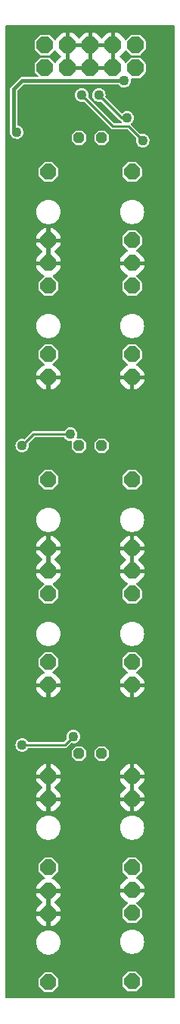
<source format=gbr>
%TF.GenerationSoftware,KiCad,Pcbnew,(6.0.11-0)*%
%TF.CreationDate,2023-05-02T23:36:09+02:00*%
%TF.ProjectId,links,6c696e6b-732e-46b6-9963-61645f706362,rev?*%
%TF.SameCoordinates,Original*%
%TF.FileFunction,Copper,L2,Bot*%
%TF.FilePolarity,Positive*%
%FSLAX46Y46*%
G04 Gerber Fmt 4.6, Leading zero omitted, Abs format (unit mm)*
G04 Created by KiCad (PCBNEW (6.0.11-0)) date 2023-05-02 23:36:09*
%MOMM*%
%LPD*%
G01*
G04 APERTURE LIST*
G04 Aperture macros list*
%AMOutline5P*
0 Free polygon, 5 corners , with rotation*
0 The origin of the aperture is its center*
0 number of corners: always 5*
0 $1 to $10 corner X, Y*
0 $11 Rotation angle, in degrees counterclockwise*
0 create outline with 5 corners*
4,1,5,$1,$2,$3,$4,$5,$6,$7,$8,$9,$10,$1,$2,$11*%
%AMOutline6P*
0 Free polygon, 6 corners , with rotation*
0 The origin of the aperture is its center*
0 number of corners: always 6*
0 $1 to $12 corner X, Y*
0 $13 Rotation angle, in degrees counterclockwise*
0 create outline with 6 corners*
4,1,6,$1,$2,$3,$4,$5,$6,$7,$8,$9,$10,$11,$12,$1,$2,$13*%
%AMOutline7P*
0 Free polygon, 7 corners , with rotation*
0 The origin of the aperture is its center*
0 number of corners: always 7*
0 $1 to $14 corner X, Y*
0 $15 Rotation angle, in degrees counterclockwise*
0 create outline with 7 corners*
4,1,7,$1,$2,$3,$4,$5,$6,$7,$8,$9,$10,$11,$12,$13,$14,$1,$2,$15*%
%AMOutline8P*
0 Free polygon, 8 corners , with rotation*
0 The origin of the aperture is its center*
0 number of corners: always 8*
0 $1 to $16 corner X, Y*
0 $17 Rotation angle, in degrees counterclockwise*
0 create outline with 8 corners*
4,1,8,$1,$2,$3,$4,$5,$6,$7,$8,$9,$10,$11,$12,$13,$14,$15,$16,$1,$2,$17*%
G04 Aperture macros list end*
%TA.AperFunction,ComponentPad*%
%ADD10Outline8P,-0.939800X0.389278X-0.389278X0.939800X0.389278X0.939800X0.939800X0.389278X0.939800X-0.389278X0.389278X-0.939800X-0.389278X-0.939800X-0.939800X-0.389278X-0.000000*%
%TD*%
%TA.AperFunction,ComponentPad*%
%ADD11Outline8P,-0.609600X0.252505X-0.252505X0.609600X0.252505X0.609600X0.609600X0.252505X0.609600X-0.252505X0.252505X-0.609600X-0.252505X-0.609600X-0.609600X-0.252505X180.000000*%
%TD*%
%TA.AperFunction,ComponentPad*%
%ADD12Outline8P,-0.889000X0.368236X-0.368236X0.889000X0.368236X0.889000X0.889000X0.368236X0.889000X-0.368236X0.368236X-0.889000X-0.368236X-0.889000X-0.889000X-0.368236X0.000000*%
%TD*%
%TA.AperFunction,ComponentPad*%
%ADD13Outline8P,-0.889000X0.368236X-0.368236X0.889000X0.368236X0.889000X0.889000X0.368236X0.889000X-0.368236X0.368236X-0.889000X-0.368236X-0.889000X-0.889000X-0.368236X180.000000*%
%TD*%
%TA.AperFunction,ViaPad*%
%ADD14C,1.108000*%
%TD*%
%TA.AperFunction,Conductor*%
%ADD15C,0.254000*%
%TD*%
%TA.AperFunction,Conductor*%
%ADD16C,0.406400*%
%TD*%
G04 APERTURE END LIST*
D10*
%TO.P,JP1,10*%
%TO.N,N$20*%
X153591100Y-55552950D03*
%TO.P,JP1,9*%
X153591100Y-53012950D03*
%TO.P,JP1,8*%
%TO.N,GND*%
X151051100Y-55552950D03*
%TO.P,JP1,7*%
X151051100Y-53012950D03*
%TO.P,JP1,6*%
X148511100Y-55552950D03*
%TO.P,JP1,5*%
X148511100Y-53012950D03*
%TO.P,JP1,4*%
X145971100Y-55552950D03*
%TO.P,JP1,3*%
X145971100Y-53012950D03*
%TO.P,JP1,2*%
%TO.N,N$6*%
X143431100Y-55552950D03*
%TO.P,JP1,1*%
X143431100Y-53012950D03*
%TD*%
D11*
%TO.P,LED1,K*%
%TO.N,N$8*%
X147241100Y-63331750D03*
%TO.P,LED1,A*%
%TO.N,N$21*%
X149781100Y-63331750D03*
%TD*%
%TO.P,LED2,K*%
%TO.N,N$14*%
X147241100Y-97621750D03*
%TO.P,LED2,A*%
%TO.N,N$29*%
X149781100Y-97621750D03*
%TD*%
%TO.P,LED3,K*%
%TO.N,N$30*%
X147241100Y-131911750D03*
%TO.P,LED3,A*%
%TO.N,N$19*%
X149781100Y-131911750D03*
%TD*%
D12*
%TO.P,J1,P1*%
%TO.N,GND*%
X143828000Y-77301750D03*
%TO.P,J1,P3*%
%TO.N,N$7*%
X143828000Y-67141750D03*
%TO.P,J1,P2*%
%TO.N,GND*%
X143828000Y-74761750D03*
%TD*%
%TO.P,J4,P1*%
%TO.N,GND*%
X153194300Y-90001750D03*
%TO.P,J4,P3*%
%TO.N,N$11*%
X153194300Y-79841750D03*
%TO.P,J4,P2*%
%TO.N,N/C*%
X153194300Y-87461750D03*
%TD*%
%TO.P,J2,P1*%
%TO.N,GND*%
X153194300Y-77301750D03*
%TO.P,J2,P3*%
%TO.N,N$12*%
X153194300Y-67141750D03*
%TO.P,J2,P2*%
%TO.N,N/C*%
X153194300Y-74761750D03*
%TD*%
%TO.P,J3,P1*%
%TO.N,GND*%
X143828000Y-90001750D03*
%TO.P,J3,P3*%
%TO.N,N$13*%
X143828000Y-79841750D03*
%TO.P,J3,P2*%
%TO.N,N/C*%
X143828000Y-87461750D03*
%TD*%
%TO.P,J8,P1*%
%TO.N,GND*%
X153194200Y-124291750D03*
%TO.P,J8,P3*%
%TO.N,N$17*%
X153194200Y-114131750D03*
%TO.P,J8,P2*%
%TO.N,N/C*%
X153194200Y-121751750D03*
%TD*%
%TO.P,J7,P1*%
%TO.N,GND*%
X143828000Y-124291750D03*
%TO.P,J7,P3*%
%TO.N,N$16*%
X143828000Y-114131750D03*
%TO.P,J7,P2*%
%TO.N,N/C*%
X143828000Y-121751750D03*
%TD*%
%TO.P,J5,P1*%
%TO.N,GND*%
X143827900Y-111591750D03*
%TO.P,J5,P3*%
%TO.N,N$15*%
X143827900Y-101431750D03*
%TO.P,J5,P2*%
%TO.N,GND*%
X143827900Y-109051750D03*
%TD*%
%TO.P,J6,P1*%
%TO.N,GND*%
X153194100Y-111591750D03*
%TO.P,J6,P3*%
%TO.N,N$10*%
X153194100Y-101431750D03*
%TO.P,J6,P2*%
%TO.N,GND*%
X153194100Y-109051750D03*
%TD*%
D13*
%TO.P,J12,P1*%
%TO.N,GND*%
X153194300Y-147151750D03*
%TO.P,J12,P3*%
%TO.N,N$23*%
X153194300Y-157311750D03*
%TO.P,J12,P2*%
%TO.N,N/C*%
X153194300Y-149691750D03*
%TD*%
%TO.P,J9,P1*%
%TO.N,GND*%
X143827900Y-134451750D03*
%TO.P,J9,P3*%
%TO.N,N$22*%
X143827900Y-144611750D03*
%TO.P,J9,P2*%
%TO.N,GND*%
X143827900Y-136991750D03*
%TD*%
%TO.P,J10,P1*%
%TO.N,GND*%
X153194300Y-134451750D03*
%TO.P,J10,P3*%
%TO.N,N$9*%
X153194300Y-144611750D03*
%TO.P,J10,P2*%
%TO.N,GND*%
X153194300Y-136991750D03*
%TD*%
%TO.P,J11,P1*%
%TO.N,GND*%
X143828000Y-147231150D03*
%TO.P,J11,P3*%
%TO.N,N$2*%
X143828000Y-157391150D03*
%TO.P,J11,P2*%
%TO.N,GND*%
X143828000Y-149771150D03*
%TD*%
D14*
%TO.N,N$5*%
X149463600Y-58569250D03*
X152638600Y-61109250D03*
%TO.N,N$3*%
X147558600Y-58569250D03*
X154384800Y-63649250D03*
%TO.N,VEE*%
X140256100Y-62696750D03*
X152321100Y-56981750D03*
X140891100Y-97621750D03*
X146606100Y-130006750D03*
X140891100Y-130959250D03*
X146288600Y-96351750D03*
%TO.N,GND*%
X156925000Y-110004250D03*
X156925000Y-113337950D03*
X156924900Y-75396750D03*
X156925000Y-78730550D03*
X155654900Y-63014250D03*
X141684900Y-58251750D03*
X156131100Y-157311750D03*
X140891100Y-157311750D03*
X149622400Y-99209250D03*
X141684900Y-66506750D03*
X148511100Y-120481750D03*
X148511100Y-130959250D03*
X146288600Y-134134250D03*
X147876100Y-127149250D03*
X146764900Y-87144250D03*
X147717400Y-93176750D03*
%TD*%
D15*
%TO.N,N$5*%
X152003600Y-61109250D02*
X149463600Y-58569250D01*
X152638600Y-61109250D02*
X152003600Y-61109250D01*
%TO.N,N$3*%
X151051100Y-62061750D02*
X147558600Y-58569250D01*
X152797300Y-62061750D02*
X151051100Y-62061750D01*
X154384800Y-63649250D02*
X152797300Y-62061750D01*
D16*
%TO.N,VEE*%
X139938600Y-62379250D02*
X139938600Y-57934250D01*
X140256100Y-62696750D02*
X139938600Y-62379250D01*
X139938600Y-57934250D02*
X140891100Y-56981750D01*
X140891100Y-56981750D02*
X152321100Y-56981750D01*
D15*
X140891100Y-97621750D02*
X142161100Y-96351750D01*
X145653600Y-130959250D02*
X146606100Y-130006750D01*
X140891100Y-130959250D02*
X145653600Y-130959250D01*
X142161100Y-96351750D02*
X146288600Y-96351750D01*
%TD*%
%TA.AperFunction,Conductor*%
%TO.N,GND*%
G36*
X157949131Y-50835163D02*
G01*
X157985676Y-50885463D01*
X157990600Y-50916550D01*
X157990600Y-159090650D01*
X157971387Y-159149781D01*
X157921087Y-159186326D01*
X157890000Y-159191250D01*
X139112200Y-159191250D01*
X139053069Y-159172037D01*
X139016524Y-159121737D01*
X139011600Y-159090650D01*
X139011600Y-157779542D01*
X142735300Y-157779542D01*
X142747257Y-157839201D01*
X142780710Y-157889172D01*
X143329980Y-158438440D01*
X143380619Y-158472170D01*
X143422733Y-158480509D01*
X143434779Y-158482894D01*
X143434781Y-158482894D01*
X143439608Y-158483850D01*
X144216392Y-158483850D01*
X144276051Y-158471893D01*
X144326022Y-158438440D01*
X144875290Y-157889170D01*
X144891682Y-157864561D01*
X144903537Y-157846763D01*
X144903537Y-157846762D01*
X144909020Y-157838531D01*
X144920700Y-157779542D01*
X144920700Y-157700142D01*
X152101600Y-157700142D01*
X152113557Y-157759801D01*
X152147010Y-157809772D01*
X152696280Y-158359040D01*
X152746919Y-158392770D01*
X152789033Y-158401109D01*
X152801079Y-158403494D01*
X152801081Y-158403494D01*
X152805908Y-158404450D01*
X153582692Y-158404450D01*
X153642351Y-158392493D01*
X153692322Y-158359040D01*
X154241590Y-157809770D01*
X154258508Y-157784371D01*
X154269837Y-157767363D01*
X154269837Y-157767362D01*
X154275320Y-157759131D01*
X154287000Y-157700142D01*
X154287000Y-156923358D01*
X154275043Y-156863699D01*
X154241590Y-156813728D01*
X153692320Y-156264460D01*
X153641681Y-156230730D01*
X153599567Y-156222391D01*
X153587521Y-156220006D01*
X153587519Y-156220006D01*
X153582692Y-156219050D01*
X152805908Y-156219050D01*
X152746249Y-156231007D01*
X152696278Y-156264460D01*
X152147010Y-156813730D01*
X152144250Y-156817874D01*
X152119202Y-156855479D01*
X152113280Y-156864369D01*
X152101600Y-156923358D01*
X152101600Y-157700142D01*
X144920700Y-157700142D01*
X144920700Y-157002758D01*
X144908743Y-156943099D01*
X144875290Y-156893128D01*
X144326020Y-156343860D01*
X144275381Y-156310130D01*
X144233267Y-156301791D01*
X144221221Y-156299406D01*
X144221219Y-156299406D01*
X144216392Y-156298450D01*
X143439608Y-156298450D01*
X143379949Y-156310407D01*
X143329978Y-156343860D01*
X142780710Y-156893130D01*
X142777950Y-156897274D01*
X142752902Y-156934879D01*
X142746980Y-156943769D01*
X142735300Y-157002758D01*
X142735300Y-157779542D01*
X139011600Y-157779542D01*
X139011600Y-152946150D01*
X142472341Y-152946150D01*
X142492937Y-153181558D01*
X142494075Y-153185803D01*
X142494075Y-153185806D01*
X142533890Y-153334399D01*
X142554097Y-153409813D01*
X142653965Y-153623979D01*
X142656480Y-153627571D01*
X142656483Y-153627576D01*
X142786986Y-153813954D01*
X142789505Y-153817551D01*
X142956599Y-153984645D01*
X142960193Y-153987162D01*
X142960196Y-153987164D01*
X143146574Y-154117667D01*
X143146579Y-154117670D01*
X143150171Y-154120185D01*
X143364337Y-154220053D01*
X143368584Y-154221191D01*
X143588344Y-154280075D01*
X143588347Y-154280075D01*
X143592592Y-154281213D01*
X143688343Y-154289590D01*
X143766848Y-154296459D01*
X143766854Y-154296459D01*
X143769034Y-154296650D01*
X143886966Y-154296650D01*
X143889146Y-154296459D01*
X143889152Y-154296459D01*
X143967657Y-154289590D01*
X144063408Y-154281213D01*
X144067653Y-154280075D01*
X144067656Y-154280075D01*
X144287416Y-154221191D01*
X144291663Y-154220053D01*
X144505829Y-154120185D01*
X144509421Y-154117670D01*
X144509426Y-154117667D01*
X144695804Y-153987164D01*
X144695807Y-153987162D01*
X144699401Y-153984645D01*
X144866495Y-153817551D01*
X145002035Y-153623980D01*
X145101903Y-153409813D01*
X145163063Y-153181558D01*
X145183659Y-152946150D01*
X145176712Y-152866750D01*
X151838641Y-152866750D01*
X151859237Y-153102158D01*
X151920397Y-153330413D01*
X152020265Y-153544579D01*
X152022780Y-153548171D01*
X152022783Y-153548176D01*
X152153286Y-153734554D01*
X152155805Y-153738151D01*
X152322899Y-153905245D01*
X152326493Y-153907762D01*
X152326496Y-153907764D01*
X152512874Y-154038267D01*
X152512879Y-154038270D01*
X152516471Y-154040785D01*
X152730637Y-154140653D01*
X152734884Y-154141791D01*
X152954644Y-154200675D01*
X152954647Y-154200675D01*
X152958892Y-154201813D01*
X153054643Y-154210190D01*
X153133148Y-154217059D01*
X153133154Y-154217059D01*
X153135334Y-154217250D01*
X153253266Y-154217250D01*
X153255446Y-154217059D01*
X153255452Y-154217059D01*
X153333957Y-154210190D01*
X153429708Y-154201813D01*
X153433953Y-154200675D01*
X153433956Y-154200675D01*
X153653716Y-154141791D01*
X153657963Y-154140653D01*
X153872129Y-154040785D01*
X153875721Y-154038270D01*
X153875726Y-154038267D01*
X154062104Y-153907764D01*
X154062107Y-153907762D01*
X154065701Y-153905245D01*
X154232795Y-153738151D01*
X154368335Y-153544580D01*
X154468203Y-153330413D01*
X154529363Y-153102158D01*
X154549959Y-152866750D01*
X154529363Y-152631342D01*
X154488412Y-152478507D01*
X154469341Y-152407334D01*
X154469340Y-152407332D01*
X154468203Y-152403087D01*
X154368335Y-152188921D01*
X154365820Y-152185329D01*
X154365817Y-152185324D01*
X154235314Y-151998946D01*
X154235312Y-151998943D01*
X154232795Y-151995349D01*
X154065701Y-151828255D01*
X154062107Y-151825738D01*
X154062104Y-151825736D01*
X153875726Y-151695233D01*
X153875721Y-151695230D01*
X153872129Y-151692715D01*
X153657963Y-151592847D01*
X153653716Y-151591709D01*
X153433956Y-151532825D01*
X153433953Y-151532825D01*
X153429708Y-151531687D01*
X153333957Y-151523310D01*
X153255452Y-151516441D01*
X153255446Y-151516441D01*
X153253266Y-151516250D01*
X153135334Y-151516250D01*
X153133154Y-151516441D01*
X153133148Y-151516441D01*
X153054643Y-151523310D01*
X152958892Y-151531687D01*
X152954647Y-151532825D01*
X152954644Y-151532825D01*
X152734884Y-151591709D01*
X152730637Y-151592847D01*
X152516471Y-151692715D01*
X152512879Y-151695230D01*
X152512874Y-151695233D01*
X152326496Y-151825736D01*
X152326493Y-151825738D01*
X152322899Y-151828255D01*
X152155805Y-151995349D01*
X152020265Y-152188920D01*
X151920397Y-152403087D01*
X151859237Y-152631342D01*
X151838641Y-152866750D01*
X145176712Y-152866750D01*
X145163063Y-152710742D01*
X145101903Y-152482487D01*
X145002035Y-152268321D01*
X144999520Y-152264729D01*
X144999517Y-152264724D01*
X144869014Y-152078346D01*
X144869012Y-152078343D01*
X144866495Y-152074749D01*
X144699401Y-151907655D01*
X144695807Y-151905138D01*
X144695804Y-151905136D01*
X144509426Y-151774633D01*
X144509421Y-151774630D01*
X144505829Y-151772115D01*
X144291663Y-151672247D01*
X144287416Y-151671109D01*
X144067656Y-151612225D01*
X144067653Y-151612225D01*
X144063408Y-151611087D01*
X143967657Y-151602710D01*
X143889152Y-151595841D01*
X143889146Y-151595841D01*
X143886966Y-151595650D01*
X143769034Y-151595650D01*
X143766854Y-151595841D01*
X143766848Y-151595841D01*
X143688343Y-151602710D01*
X143592592Y-151611087D01*
X143588347Y-151612225D01*
X143588344Y-151612225D01*
X143368584Y-151671109D01*
X143364337Y-151672247D01*
X143150171Y-151772115D01*
X143146579Y-151774630D01*
X143146574Y-151774633D01*
X142960196Y-151905136D01*
X142960193Y-151905138D01*
X142956599Y-151907655D01*
X142789505Y-152074749D01*
X142653965Y-152268320D01*
X142554097Y-152482487D01*
X142492937Y-152710742D01*
X142472341Y-152946150D01*
X139011600Y-152946150D01*
X139011600Y-150178596D01*
X142482599Y-150178596D01*
X142482977Y-150184738D01*
X142490320Y-150244275D01*
X142493771Y-150257345D01*
X142541173Y-150371503D01*
X142547984Y-150383160D01*
X142584499Y-150429812D01*
X142588525Y-150434359D01*
X143164763Y-151010596D01*
X143169379Y-151014677D01*
X143216668Y-151051583D01*
X143228349Y-151058384D01*
X143342591Y-151105588D01*
X143355648Y-151109013D01*
X143414450Y-151116181D01*
X143420524Y-151116550D01*
X143583867Y-151116550D01*
X143596757Y-151112362D01*
X143599800Y-151108173D01*
X143599800Y-151100618D01*
X144056200Y-151100618D01*
X144060388Y-151113508D01*
X144064577Y-151116551D01*
X144235446Y-151116551D01*
X144241588Y-151116173D01*
X144301125Y-151108830D01*
X144314195Y-151105379D01*
X144428353Y-151057977D01*
X144440010Y-151051166D01*
X144486662Y-151014651D01*
X144491209Y-151010625D01*
X145067446Y-150434387D01*
X145071527Y-150429771D01*
X145108433Y-150382482D01*
X145115234Y-150370801D01*
X145162438Y-150256559D01*
X145165863Y-150243502D01*
X145173031Y-150184700D01*
X145173400Y-150178626D01*
X145173400Y-150015283D01*
X145169212Y-150002393D01*
X145165023Y-149999350D01*
X144072133Y-149999350D01*
X144059243Y-150003538D01*
X144056200Y-150007727D01*
X144056200Y-151100618D01*
X143599800Y-151100618D01*
X143599800Y-150015283D01*
X143595612Y-150002393D01*
X143591423Y-149999350D01*
X142498532Y-149999350D01*
X142485642Y-150003538D01*
X142482599Y-150007727D01*
X142482599Y-150178596D01*
X139011600Y-150178596D01*
X139011600Y-147638596D01*
X142482599Y-147638596D01*
X142482977Y-147644738D01*
X142490320Y-147704275D01*
X142493771Y-147717345D01*
X142541173Y-147831503D01*
X142547984Y-147843160D01*
X142584499Y-147889812D01*
X142588525Y-147894359D01*
X143124181Y-148430015D01*
X143152407Y-148485413D01*
X143142681Y-148546821D01*
X143124181Y-148572285D01*
X142588554Y-149107913D01*
X142584473Y-149112529D01*
X142547567Y-149159818D01*
X142540766Y-149171499D01*
X142493562Y-149285741D01*
X142490137Y-149298798D01*
X142482969Y-149357600D01*
X142482600Y-149363674D01*
X142482600Y-149527017D01*
X142486788Y-149539907D01*
X142490977Y-149542950D01*
X143583867Y-149542950D01*
X143596757Y-149538762D01*
X143599800Y-149534573D01*
X143599800Y-149527017D01*
X144056200Y-149527017D01*
X144060388Y-149539907D01*
X144064577Y-149542950D01*
X145157468Y-149542950D01*
X145170358Y-149538762D01*
X145173401Y-149534573D01*
X145173401Y-149363704D01*
X145173023Y-149357562D01*
X145165680Y-149298025D01*
X145162229Y-149284955D01*
X145114827Y-149170797D01*
X145108016Y-149159140D01*
X145071501Y-149112488D01*
X145067475Y-149107941D01*
X144531819Y-148572285D01*
X144503593Y-148516887D01*
X144513319Y-148455479D01*
X144531819Y-148430015D01*
X145067446Y-147894387D01*
X145071527Y-147889771D01*
X145108433Y-147842482D01*
X145115234Y-147830801D01*
X145162438Y-147716559D01*
X145165863Y-147703502D01*
X145173031Y-147644700D01*
X145173400Y-147638626D01*
X145173400Y-147559196D01*
X151848899Y-147559196D01*
X151849277Y-147565338D01*
X151856620Y-147624875D01*
X151860071Y-147637945D01*
X151907473Y-147752103D01*
X151914284Y-147763760D01*
X151950799Y-147810412D01*
X151954825Y-147814959D01*
X152531063Y-148391196D01*
X152535679Y-148395277D01*
X152582968Y-148432183D01*
X152594649Y-148438985D01*
X152674001Y-148471772D01*
X152721314Y-148512110D01*
X152735881Y-148572554D01*
X152712138Y-148630016D01*
X152699891Y-148642042D01*
X152696278Y-148644460D01*
X152147010Y-149193730D01*
X152144250Y-149197874D01*
X152119202Y-149235479D01*
X152113280Y-149244369D01*
X152101600Y-149303358D01*
X152101600Y-150080142D01*
X152113557Y-150139801D01*
X152147010Y-150189772D01*
X152696280Y-150739040D01*
X152746919Y-150772770D01*
X152789033Y-150781109D01*
X152801079Y-150783494D01*
X152801081Y-150783494D01*
X152805908Y-150784450D01*
X153582692Y-150784450D01*
X153642351Y-150772493D01*
X153692322Y-150739040D01*
X154241590Y-150189770D01*
X154257982Y-150165161D01*
X154269837Y-150147363D01*
X154269837Y-150147362D01*
X154275320Y-150139131D01*
X154287000Y-150080142D01*
X154287000Y-149303358D01*
X154275043Y-149243699D01*
X154241590Y-149193728D01*
X153692320Y-148644460D01*
X153689085Y-148642306D01*
X153655714Y-148590258D01*
X153659329Y-148528189D01*
X153698737Y-148480099D01*
X153714457Y-148471878D01*
X153794653Y-148438578D01*
X153806310Y-148431766D01*
X153852962Y-148395251D01*
X153857509Y-148391225D01*
X154433746Y-147814987D01*
X154437827Y-147810371D01*
X154474733Y-147763082D01*
X154481534Y-147751401D01*
X154528738Y-147637159D01*
X154532163Y-147624102D01*
X154539331Y-147565300D01*
X154539700Y-147559226D01*
X154539700Y-147395883D01*
X154535512Y-147382993D01*
X154531323Y-147379950D01*
X151864832Y-147379950D01*
X151851942Y-147384138D01*
X151848899Y-147388327D01*
X151848899Y-147559196D01*
X145173400Y-147559196D01*
X145173400Y-147475283D01*
X145169212Y-147462393D01*
X145165023Y-147459350D01*
X144072133Y-147459350D01*
X144059243Y-147463538D01*
X144056200Y-147467727D01*
X144056200Y-149527017D01*
X143599800Y-149527017D01*
X143599800Y-147475283D01*
X143595612Y-147462393D01*
X143591423Y-147459350D01*
X142498532Y-147459350D01*
X142485642Y-147463538D01*
X142482599Y-147467727D01*
X142482599Y-147638596D01*
X139011600Y-147638596D01*
X139011600Y-146987017D01*
X142482600Y-146987017D01*
X142486788Y-146999907D01*
X142490977Y-147002950D01*
X145157468Y-147002950D01*
X145170358Y-146998762D01*
X145173401Y-146994573D01*
X145173401Y-146907617D01*
X151848900Y-146907617D01*
X151853088Y-146920507D01*
X151857277Y-146923550D01*
X154523768Y-146923550D01*
X154536658Y-146919362D01*
X154539701Y-146915173D01*
X154539701Y-146744304D01*
X154539323Y-146738162D01*
X154531980Y-146678625D01*
X154528529Y-146665555D01*
X154481127Y-146551397D01*
X154474316Y-146539740D01*
X154437801Y-146493088D01*
X154433775Y-146488541D01*
X153857537Y-145912304D01*
X153852921Y-145908223D01*
X153805632Y-145871317D01*
X153793951Y-145864515D01*
X153714599Y-145831728D01*
X153667286Y-145791390D01*
X153652719Y-145730946D01*
X153676462Y-145673484D01*
X153688709Y-145661458D01*
X153692322Y-145659040D01*
X154241590Y-145109770D01*
X154257982Y-145085161D01*
X154269837Y-145067363D01*
X154269837Y-145067362D01*
X154275320Y-145059131D01*
X154287000Y-145000142D01*
X154287000Y-144223358D01*
X154275043Y-144163699D01*
X154241590Y-144113728D01*
X153692320Y-143564460D01*
X153641681Y-143530730D01*
X153599567Y-143522391D01*
X153587521Y-143520006D01*
X153587519Y-143520006D01*
X153582692Y-143519050D01*
X152805908Y-143519050D01*
X152746249Y-143531007D01*
X152696278Y-143564460D01*
X152147010Y-144113730D01*
X152144250Y-144117874D01*
X152119202Y-144155479D01*
X152113280Y-144164369D01*
X152101600Y-144223358D01*
X152101600Y-145000142D01*
X152113557Y-145059801D01*
X152147010Y-145109772D01*
X152696280Y-145659040D01*
X152699515Y-145661194D01*
X152732886Y-145713242D01*
X152729271Y-145775311D01*
X152689863Y-145823401D01*
X152674143Y-145831622D01*
X152593947Y-145864922D01*
X152582290Y-145871734D01*
X152535638Y-145908249D01*
X152531091Y-145912275D01*
X151954854Y-146488513D01*
X151950773Y-146493129D01*
X151913867Y-146540418D01*
X151907066Y-146552099D01*
X151859862Y-146666341D01*
X151856437Y-146679398D01*
X151849269Y-146738200D01*
X151848900Y-146744274D01*
X151848900Y-146907617D01*
X145173401Y-146907617D01*
X145173401Y-146823704D01*
X145173023Y-146817562D01*
X145165680Y-146758025D01*
X145162229Y-146744955D01*
X145114827Y-146630797D01*
X145108016Y-146619140D01*
X145071501Y-146572488D01*
X145067475Y-146567941D01*
X144491237Y-145991704D01*
X144486621Y-145987623D01*
X144439332Y-145950717D01*
X144427651Y-145943916D01*
X144313409Y-145896712D01*
X144300352Y-145893287D01*
X144282783Y-145891145D01*
X144226411Y-145864918D01*
X144196221Y-145810565D01*
X144203745Y-145748848D01*
X144246108Y-145703340D01*
X144257498Y-145699152D01*
X144257116Y-145698233D01*
X144266250Y-145694437D01*
X144275951Y-145692493D01*
X144325922Y-145659040D01*
X144875190Y-145109770D01*
X144891582Y-145085161D01*
X144903437Y-145067363D01*
X144903437Y-145067362D01*
X144908920Y-145059131D01*
X144920600Y-145000142D01*
X144920600Y-144223358D01*
X144908643Y-144163699D01*
X144875190Y-144113728D01*
X144325920Y-143564460D01*
X144275281Y-143530730D01*
X144233167Y-143522391D01*
X144221121Y-143520006D01*
X144221119Y-143520006D01*
X144216292Y-143519050D01*
X143439508Y-143519050D01*
X143379849Y-143531007D01*
X143329878Y-143564460D01*
X142780610Y-144113730D01*
X142777850Y-144117874D01*
X142752802Y-144155479D01*
X142746880Y-144164369D01*
X142735200Y-144223358D01*
X142735200Y-145000142D01*
X142747157Y-145059801D01*
X142780610Y-145109772D01*
X143329880Y-145659040D01*
X143380519Y-145692770D01*
X143390223Y-145694691D01*
X143399184Y-145698391D01*
X143446509Y-145738715D01*
X143461093Y-145799155D01*
X143437367Y-145856624D01*
X143384392Y-145889171D01*
X143373108Y-145891221D01*
X143354876Y-145893470D01*
X143341805Y-145896921D01*
X143227647Y-145944323D01*
X143215990Y-145951134D01*
X143169338Y-145987649D01*
X143164791Y-145991675D01*
X142588554Y-146567913D01*
X142584473Y-146572529D01*
X142547567Y-146619818D01*
X142540766Y-146631499D01*
X142493562Y-146745741D01*
X142490137Y-146758798D01*
X142482969Y-146817600D01*
X142482600Y-146823674D01*
X142482600Y-146987017D01*
X139011600Y-146987017D01*
X139011600Y-140166750D01*
X142472241Y-140166750D01*
X142492837Y-140402158D01*
X142553997Y-140630413D01*
X142653865Y-140844579D01*
X142656380Y-140848171D01*
X142656383Y-140848176D01*
X142656384Y-140848177D01*
X142789405Y-141038151D01*
X142956499Y-141205245D01*
X142960093Y-141207762D01*
X142960096Y-141207764D01*
X143146474Y-141338267D01*
X143146479Y-141338270D01*
X143150071Y-141340785D01*
X143364237Y-141440653D01*
X143368484Y-141441791D01*
X143588244Y-141500675D01*
X143588247Y-141500675D01*
X143592492Y-141501813D01*
X143688243Y-141510190D01*
X143766748Y-141517059D01*
X143766754Y-141517059D01*
X143768934Y-141517250D01*
X143886866Y-141517250D01*
X143889046Y-141517059D01*
X143889052Y-141517059D01*
X143967557Y-141510190D01*
X144063308Y-141501813D01*
X144067553Y-141500675D01*
X144067556Y-141500675D01*
X144287316Y-141441791D01*
X144291563Y-141440653D01*
X144505729Y-141340785D01*
X144509321Y-141338270D01*
X144509326Y-141338267D01*
X144695704Y-141207764D01*
X144695707Y-141207762D01*
X144699301Y-141205245D01*
X144866395Y-141038151D01*
X145001935Y-140844580D01*
X145101803Y-140630413D01*
X145162963Y-140402158D01*
X145183559Y-140166750D01*
X151838641Y-140166750D01*
X151859237Y-140402158D01*
X151920397Y-140630413D01*
X152020265Y-140844579D01*
X152022780Y-140848171D01*
X152022783Y-140848176D01*
X152022784Y-140848177D01*
X152155805Y-141038151D01*
X152322899Y-141205245D01*
X152326493Y-141207762D01*
X152326496Y-141207764D01*
X152512874Y-141338267D01*
X152512879Y-141338270D01*
X152516471Y-141340785D01*
X152730637Y-141440653D01*
X152734884Y-141441791D01*
X152954644Y-141500675D01*
X152954647Y-141500675D01*
X152958892Y-141501813D01*
X153054643Y-141510190D01*
X153133148Y-141517059D01*
X153133154Y-141517059D01*
X153135334Y-141517250D01*
X153253266Y-141517250D01*
X153255446Y-141517059D01*
X153255452Y-141517059D01*
X153333957Y-141510190D01*
X153429708Y-141501813D01*
X153433953Y-141500675D01*
X153433956Y-141500675D01*
X153653716Y-141441791D01*
X153657963Y-141440653D01*
X153872129Y-141340785D01*
X153875721Y-141338270D01*
X153875726Y-141338267D01*
X154062104Y-141207764D01*
X154062107Y-141207762D01*
X154065701Y-141205245D01*
X154232795Y-141038151D01*
X154368335Y-140844580D01*
X154468203Y-140630413D01*
X154529363Y-140402158D01*
X154549959Y-140166750D01*
X154529363Y-139931342D01*
X154468203Y-139703087D01*
X154368335Y-139488921D01*
X154365820Y-139485329D01*
X154365817Y-139485324D01*
X154235314Y-139298946D01*
X154235312Y-139298943D01*
X154232795Y-139295349D01*
X154065701Y-139128255D01*
X154062107Y-139125738D01*
X154062104Y-139125736D01*
X153875726Y-138995233D01*
X153875721Y-138995230D01*
X153872129Y-138992715D01*
X153657963Y-138892847D01*
X153653716Y-138891709D01*
X153433956Y-138832825D01*
X153433953Y-138832825D01*
X153429708Y-138831687D01*
X153333957Y-138823310D01*
X153255452Y-138816441D01*
X153255446Y-138816441D01*
X153253266Y-138816250D01*
X153135334Y-138816250D01*
X153133154Y-138816441D01*
X153133148Y-138816441D01*
X153054643Y-138823310D01*
X152958892Y-138831687D01*
X152954647Y-138832825D01*
X152954644Y-138832825D01*
X152734884Y-138891709D01*
X152730637Y-138892847D01*
X152516471Y-138992715D01*
X152512879Y-138995230D01*
X152512874Y-138995233D01*
X152326496Y-139125736D01*
X152326493Y-139125738D01*
X152322899Y-139128255D01*
X152155805Y-139295349D01*
X152020265Y-139488920D01*
X151920397Y-139703087D01*
X151859237Y-139931342D01*
X151838641Y-140166750D01*
X145183559Y-140166750D01*
X145162963Y-139931342D01*
X145101803Y-139703087D01*
X145001935Y-139488921D01*
X144999420Y-139485329D01*
X144999417Y-139485324D01*
X144868914Y-139298946D01*
X144868912Y-139298943D01*
X144866395Y-139295349D01*
X144699301Y-139128255D01*
X144695707Y-139125738D01*
X144695704Y-139125736D01*
X144509326Y-138995233D01*
X144509321Y-138995230D01*
X144505729Y-138992715D01*
X144291563Y-138892847D01*
X144287316Y-138891709D01*
X144067556Y-138832825D01*
X144067553Y-138832825D01*
X144063308Y-138831687D01*
X143967557Y-138823310D01*
X143889052Y-138816441D01*
X143889046Y-138816441D01*
X143886866Y-138816250D01*
X143768934Y-138816250D01*
X143766754Y-138816441D01*
X143766748Y-138816441D01*
X143688243Y-138823310D01*
X143592492Y-138831687D01*
X143588247Y-138832825D01*
X143588244Y-138832825D01*
X143368484Y-138891709D01*
X143364237Y-138892847D01*
X143150071Y-138992715D01*
X143146479Y-138995230D01*
X143146474Y-138995233D01*
X142960096Y-139125736D01*
X142960093Y-139125738D01*
X142956499Y-139128255D01*
X142789405Y-139295349D01*
X142653865Y-139488920D01*
X142553997Y-139703087D01*
X142492837Y-139931342D01*
X142472241Y-140166750D01*
X139011600Y-140166750D01*
X139011600Y-137399196D01*
X142482499Y-137399196D01*
X142482877Y-137405338D01*
X142490220Y-137464875D01*
X142493671Y-137477945D01*
X142541073Y-137592103D01*
X142547884Y-137603760D01*
X142584399Y-137650412D01*
X142588425Y-137654959D01*
X143164663Y-138231196D01*
X143169279Y-138235277D01*
X143216568Y-138272183D01*
X143228249Y-138278984D01*
X143342491Y-138326188D01*
X143355548Y-138329613D01*
X143414350Y-138336781D01*
X143420424Y-138337150D01*
X143583767Y-138337150D01*
X143596657Y-138332962D01*
X143599700Y-138328773D01*
X143599700Y-138321218D01*
X144056100Y-138321218D01*
X144060288Y-138334108D01*
X144064477Y-138337151D01*
X144235346Y-138337151D01*
X144241488Y-138336773D01*
X144301025Y-138329430D01*
X144314095Y-138325979D01*
X144428253Y-138278577D01*
X144439910Y-138271766D01*
X144486562Y-138235251D01*
X144491109Y-138231225D01*
X145067346Y-137654987D01*
X145071427Y-137650371D01*
X145108333Y-137603082D01*
X145115134Y-137591401D01*
X145162338Y-137477159D01*
X145165763Y-137464102D01*
X145172931Y-137405300D01*
X145173300Y-137399226D01*
X145173300Y-137399196D01*
X151848899Y-137399196D01*
X151849277Y-137405338D01*
X151856620Y-137464875D01*
X151860071Y-137477945D01*
X151907473Y-137592103D01*
X151914284Y-137603760D01*
X151950799Y-137650412D01*
X151954825Y-137654959D01*
X152531063Y-138231196D01*
X152535679Y-138235277D01*
X152582968Y-138272183D01*
X152594649Y-138278984D01*
X152708891Y-138326188D01*
X152721948Y-138329613D01*
X152780750Y-138336781D01*
X152786824Y-138337150D01*
X152950167Y-138337150D01*
X152963057Y-138332962D01*
X152966100Y-138328773D01*
X152966100Y-138321218D01*
X153422500Y-138321218D01*
X153426688Y-138334108D01*
X153430877Y-138337151D01*
X153601746Y-138337151D01*
X153607888Y-138336773D01*
X153667425Y-138329430D01*
X153680495Y-138325979D01*
X153794653Y-138278577D01*
X153806310Y-138271766D01*
X153852962Y-138235251D01*
X153857509Y-138231225D01*
X154433746Y-137654987D01*
X154437827Y-137650371D01*
X154474733Y-137603082D01*
X154481534Y-137591401D01*
X154528738Y-137477159D01*
X154532163Y-137464102D01*
X154539331Y-137405300D01*
X154539700Y-137399226D01*
X154539700Y-137235883D01*
X154535512Y-137222993D01*
X154531323Y-137219950D01*
X153438433Y-137219950D01*
X153425543Y-137224138D01*
X153422500Y-137228327D01*
X153422500Y-138321218D01*
X152966100Y-138321218D01*
X152966100Y-137235883D01*
X152961912Y-137222993D01*
X152957723Y-137219950D01*
X151864832Y-137219950D01*
X151851942Y-137224138D01*
X151848899Y-137228327D01*
X151848899Y-137399196D01*
X145173300Y-137399196D01*
X145173300Y-137235883D01*
X145169112Y-137222993D01*
X145164923Y-137219950D01*
X144072033Y-137219950D01*
X144059143Y-137224138D01*
X144056100Y-137228327D01*
X144056100Y-138321218D01*
X143599700Y-138321218D01*
X143599700Y-137235883D01*
X143595512Y-137222993D01*
X143591323Y-137219950D01*
X142498432Y-137219950D01*
X142485542Y-137224138D01*
X142482499Y-137228327D01*
X142482499Y-137399196D01*
X139011600Y-137399196D01*
X139011600Y-134859196D01*
X142482499Y-134859196D01*
X142482877Y-134865338D01*
X142490220Y-134924875D01*
X142493671Y-134937945D01*
X142541073Y-135052103D01*
X142547884Y-135063760D01*
X142584399Y-135110412D01*
X142588425Y-135114959D01*
X143124081Y-135650615D01*
X143152307Y-135706013D01*
X143142581Y-135767421D01*
X143124081Y-135792885D01*
X142588454Y-136328513D01*
X142584373Y-136333129D01*
X142547467Y-136380418D01*
X142540666Y-136392099D01*
X142493462Y-136506341D01*
X142490037Y-136519398D01*
X142482869Y-136578200D01*
X142482500Y-136584274D01*
X142482500Y-136747617D01*
X142486688Y-136760507D01*
X142490877Y-136763550D01*
X143583767Y-136763550D01*
X143596657Y-136759362D01*
X143599700Y-136755173D01*
X143599700Y-136747617D01*
X144056100Y-136747617D01*
X144060288Y-136760507D01*
X144064477Y-136763550D01*
X145157368Y-136763550D01*
X145170258Y-136759362D01*
X145173301Y-136755173D01*
X145173301Y-136584304D01*
X145172923Y-136578162D01*
X145165580Y-136518625D01*
X145162129Y-136505555D01*
X145114727Y-136391397D01*
X145107916Y-136379740D01*
X145071401Y-136333088D01*
X145067375Y-136328541D01*
X144531719Y-135792885D01*
X144503493Y-135737487D01*
X144513219Y-135676079D01*
X144531719Y-135650615D01*
X145067346Y-135114987D01*
X145071427Y-135110371D01*
X145108333Y-135063082D01*
X145115134Y-135051401D01*
X145162338Y-134937159D01*
X145165763Y-134924102D01*
X145172931Y-134865300D01*
X145173300Y-134859226D01*
X145173300Y-134859196D01*
X151848899Y-134859196D01*
X151849277Y-134865338D01*
X151856620Y-134924875D01*
X151860071Y-134937945D01*
X151907473Y-135052103D01*
X151914284Y-135063760D01*
X151950799Y-135110412D01*
X151954825Y-135114959D01*
X152490481Y-135650615D01*
X152518707Y-135706013D01*
X152508981Y-135767421D01*
X152490481Y-135792885D01*
X151954854Y-136328513D01*
X151950773Y-136333129D01*
X151913867Y-136380418D01*
X151907066Y-136392099D01*
X151859862Y-136506341D01*
X151856437Y-136519398D01*
X151849269Y-136578200D01*
X151848900Y-136584274D01*
X151848900Y-136747617D01*
X151853088Y-136760507D01*
X151857277Y-136763550D01*
X152950167Y-136763550D01*
X152963057Y-136759362D01*
X152966100Y-136755173D01*
X152966100Y-136747617D01*
X153422500Y-136747617D01*
X153426688Y-136760507D01*
X153430877Y-136763550D01*
X154523768Y-136763550D01*
X154536658Y-136759362D01*
X154539701Y-136755173D01*
X154539701Y-136584304D01*
X154539323Y-136578162D01*
X154531980Y-136518625D01*
X154528529Y-136505555D01*
X154481127Y-136391397D01*
X154474316Y-136379740D01*
X154437801Y-136333088D01*
X154433775Y-136328541D01*
X153898119Y-135792885D01*
X153869893Y-135737487D01*
X153879619Y-135676079D01*
X153898119Y-135650615D01*
X154433746Y-135114987D01*
X154437827Y-135110371D01*
X154474733Y-135063082D01*
X154481534Y-135051401D01*
X154528738Y-134937159D01*
X154532163Y-134924102D01*
X154539331Y-134865300D01*
X154539700Y-134859226D01*
X154539700Y-134695883D01*
X154535512Y-134682993D01*
X154531323Y-134679950D01*
X153438433Y-134679950D01*
X153425543Y-134684138D01*
X153422500Y-134688327D01*
X153422500Y-136747617D01*
X152966100Y-136747617D01*
X152966100Y-134695883D01*
X152961912Y-134682993D01*
X152957723Y-134679950D01*
X151864832Y-134679950D01*
X151851942Y-134684138D01*
X151848899Y-134688327D01*
X151848899Y-134859196D01*
X145173300Y-134859196D01*
X145173300Y-134695883D01*
X145169112Y-134682993D01*
X145164923Y-134679950D01*
X144072033Y-134679950D01*
X144059143Y-134684138D01*
X144056100Y-134688327D01*
X144056100Y-136747617D01*
X143599700Y-136747617D01*
X143599700Y-134695883D01*
X143595512Y-134682993D01*
X143591323Y-134679950D01*
X142498432Y-134679950D01*
X142485542Y-134684138D01*
X142482499Y-134688327D01*
X142482499Y-134859196D01*
X139011600Y-134859196D01*
X139011600Y-134207617D01*
X142482500Y-134207617D01*
X142486688Y-134220507D01*
X142490877Y-134223550D01*
X143583767Y-134223550D01*
X143596657Y-134219362D01*
X143599700Y-134215173D01*
X143599700Y-134207617D01*
X144056100Y-134207617D01*
X144060288Y-134220507D01*
X144064477Y-134223550D01*
X145157368Y-134223550D01*
X145170258Y-134219362D01*
X145173301Y-134215173D01*
X145173301Y-134207617D01*
X151848900Y-134207617D01*
X151853088Y-134220507D01*
X151857277Y-134223550D01*
X152950167Y-134223550D01*
X152963057Y-134219362D01*
X152966100Y-134215173D01*
X152966100Y-134207617D01*
X153422500Y-134207617D01*
X153426688Y-134220507D01*
X153430877Y-134223550D01*
X154523768Y-134223550D01*
X154536658Y-134219362D01*
X154539701Y-134215173D01*
X154539701Y-134044304D01*
X154539323Y-134038162D01*
X154531980Y-133978625D01*
X154528529Y-133965555D01*
X154481127Y-133851397D01*
X154474316Y-133839740D01*
X154437801Y-133793088D01*
X154433775Y-133788541D01*
X153857537Y-133212304D01*
X153852921Y-133208223D01*
X153805632Y-133171317D01*
X153793951Y-133164516D01*
X153679709Y-133117312D01*
X153666652Y-133113887D01*
X153607850Y-133106719D01*
X153601776Y-133106350D01*
X153438433Y-133106350D01*
X153425543Y-133110538D01*
X153422500Y-133114727D01*
X153422500Y-134207617D01*
X152966100Y-134207617D01*
X152966100Y-133122282D01*
X152961912Y-133109392D01*
X152957723Y-133106349D01*
X152786854Y-133106349D01*
X152780712Y-133106727D01*
X152721175Y-133114070D01*
X152708105Y-133117521D01*
X152593947Y-133164923D01*
X152582290Y-133171734D01*
X152535638Y-133208249D01*
X152531091Y-133212275D01*
X151954854Y-133788513D01*
X151950773Y-133793129D01*
X151913867Y-133840418D01*
X151907066Y-133852099D01*
X151859862Y-133966341D01*
X151856437Y-133979398D01*
X151849269Y-134038200D01*
X151848900Y-134044274D01*
X151848900Y-134207617D01*
X145173301Y-134207617D01*
X145173301Y-134044304D01*
X145172923Y-134038162D01*
X145165580Y-133978625D01*
X145162129Y-133965555D01*
X145114727Y-133851397D01*
X145107916Y-133839740D01*
X145071401Y-133793088D01*
X145067375Y-133788541D01*
X144491137Y-133212304D01*
X144486521Y-133208223D01*
X144439232Y-133171317D01*
X144427551Y-133164516D01*
X144313309Y-133117312D01*
X144300252Y-133113887D01*
X144241450Y-133106719D01*
X144235376Y-133106350D01*
X144072033Y-133106350D01*
X144059143Y-133110538D01*
X144056100Y-133114727D01*
X144056100Y-134207617D01*
X143599700Y-134207617D01*
X143599700Y-133122282D01*
X143595512Y-133109392D01*
X143591323Y-133106349D01*
X143420454Y-133106349D01*
X143414312Y-133106727D01*
X143354775Y-133114070D01*
X143341705Y-133117521D01*
X143227547Y-133164923D01*
X143215890Y-133171734D01*
X143169238Y-133208249D01*
X143164691Y-133212275D01*
X142588454Y-133788513D01*
X142584373Y-133793129D01*
X142547467Y-133840418D01*
X142540666Y-133852099D01*
X142493462Y-133966341D01*
X142490037Y-133979398D01*
X142482869Y-134038200D01*
X142482500Y-134044274D01*
X142482500Y-134207617D01*
X139011600Y-134207617D01*
X139011600Y-132184411D01*
X146427800Y-132184411D01*
X146439757Y-132244070D01*
X146473210Y-132294041D01*
X146858811Y-132679640D01*
X146909450Y-132713370D01*
X146951564Y-132721709D01*
X146963610Y-132724094D01*
X146963612Y-132724094D01*
X146968439Y-132725050D01*
X147513761Y-132725050D01*
X147573420Y-132713093D01*
X147623391Y-132679640D01*
X148008990Y-132294039D01*
X148025382Y-132269430D01*
X148037237Y-132251632D01*
X148037237Y-132251631D01*
X148042720Y-132243400D01*
X148054400Y-132184411D01*
X148967800Y-132184411D01*
X148979757Y-132244070D01*
X149013210Y-132294041D01*
X149398811Y-132679640D01*
X149449450Y-132713370D01*
X149491564Y-132721709D01*
X149503610Y-132724094D01*
X149503612Y-132724094D01*
X149508439Y-132725050D01*
X150053761Y-132725050D01*
X150113420Y-132713093D01*
X150163391Y-132679640D01*
X150548990Y-132294039D01*
X150565382Y-132269430D01*
X150577237Y-132251632D01*
X150577237Y-132251631D01*
X150582720Y-132243400D01*
X150594400Y-132184411D01*
X150594400Y-131639089D01*
X150582443Y-131579430D01*
X150548990Y-131529459D01*
X150163389Y-131143860D01*
X150132255Y-131123122D01*
X150120982Y-131115613D01*
X150120981Y-131115613D01*
X150112750Y-131110130D01*
X150070636Y-131101791D01*
X150058590Y-131099406D01*
X150058588Y-131099406D01*
X150053761Y-131098450D01*
X149508439Y-131098450D01*
X149448780Y-131110407D01*
X149398809Y-131143860D01*
X149395332Y-131147337D01*
X149284129Y-131258541D01*
X149013210Y-131529461D01*
X148996818Y-131554070D01*
X148985402Y-131571210D01*
X148979480Y-131580100D01*
X148967800Y-131639089D01*
X148967800Y-132184411D01*
X148054400Y-132184411D01*
X148054400Y-131639089D01*
X148042443Y-131579430D01*
X148008990Y-131529459D01*
X147623389Y-131143860D01*
X147592255Y-131123122D01*
X147580982Y-131115613D01*
X147580981Y-131115613D01*
X147572750Y-131110130D01*
X147530636Y-131101791D01*
X147518590Y-131099406D01*
X147518588Y-131099406D01*
X147513761Y-131098450D01*
X146968439Y-131098450D01*
X146908780Y-131110407D01*
X146858809Y-131143860D01*
X146855332Y-131147337D01*
X146744129Y-131258541D01*
X146473210Y-131529461D01*
X146456818Y-131554070D01*
X146445402Y-131571210D01*
X146439480Y-131580100D01*
X146427800Y-131639089D01*
X146427800Y-132184411D01*
X139011600Y-132184411D01*
X139011600Y-130948604D01*
X140128680Y-130948604D01*
X140145268Y-131117781D01*
X140198925Y-131279080D01*
X140286984Y-131424482D01*
X140290886Y-131428522D01*
X140290887Y-131428524D01*
X140401163Y-131542719D01*
X140401167Y-131542722D01*
X140405068Y-131546762D01*
X140409771Y-131549840D01*
X140409774Y-131549842D01*
X140505038Y-131612180D01*
X140547309Y-131639841D01*
X140552582Y-131641802D01*
X140552584Y-131641803D01*
X140653853Y-131679465D01*
X140706636Y-131699095D01*
X140712214Y-131699839D01*
X140712217Y-131699840D01*
X140869554Y-131720833D01*
X140869556Y-131720833D01*
X140875132Y-131721577D01*
X140959776Y-131713874D01*
X141038819Y-131706680D01*
X141038820Y-131706680D01*
X141044421Y-131706170D01*
X141206090Y-131653641D01*
X141210923Y-131650760D01*
X141347274Y-131569478D01*
X141347276Y-131569477D01*
X141352103Y-131566599D01*
X141475204Y-131449372D01*
X141551273Y-131334879D01*
X141599999Y-131296259D01*
X141635065Y-131289950D01*
X145634767Y-131289950D01*
X145643535Y-131290333D01*
X145674099Y-131293007D01*
X145682867Y-131293774D01*
X145691369Y-131291496D01*
X145720992Y-131283559D01*
X145729558Y-131281659D01*
X145759787Y-131276329D01*
X145759789Y-131276328D01*
X145768451Y-131274801D01*
X145776069Y-131270403D01*
X145781643Y-131268374D01*
X145787018Y-131265867D01*
X145795516Y-131263590D01*
X145802727Y-131258541D01*
X145827858Y-131240945D01*
X145835257Y-131236231D01*
X145861825Y-131220891D01*
X145861826Y-131220890D01*
X145869449Y-131216489D01*
X145894832Y-131186239D01*
X145900761Y-131179769D01*
X146312041Y-130768489D01*
X146367439Y-130740263D01*
X146410583Y-130744567D01*
X146410905Y-130743274D01*
X146416370Y-130744636D01*
X146421636Y-130746595D01*
X146427205Y-130747338D01*
X146427209Y-130747339D01*
X146584554Y-130768333D01*
X146584556Y-130768333D01*
X146590132Y-130769077D01*
X146674777Y-130761373D01*
X146753819Y-130754180D01*
X146753820Y-130754180D01*
X146759421Y-130753670D01*
X146921090Y-130701141D01*
X146925923Y-130698260D01*
X147062274Y-130616978D01*
X147062276Y-130616977D01*
X147067103Y-130614099D01*
X147190204Y-130496872D01*
X147284275Y-130355284D01*
X147337050Y-130216354D01*
X147342641Y-130201635D01*
X147342641Y-130201634D01*
X147344639Y-130196375D01*
X147368297Y-130028040D01*
X147368594Y-130006750D01*
X147349646Y-129837821D01*
X147293742Y-129677287D01*
X147203662Y-129533129D01*
X147083882Y-129412509D01*
X146940355Y-129321425D01*
X146935057Y-129319538D01*
X146935054Y-129319537D01*
X146785513Y-129266288D01*
X146785512Y-129266288D01*
X146780216Y-129264402D01*
X146760433Y-129262043D01*
X146755501Y-129261455D01*
X146611423Y-129244275D01*
X146605828Y-129244863D01*
X146605825Y-129244863D01*
X146447957Y-129261455D01*
X146447954Y-129261456D01*
X146442366Y-129262043D01*
X146437049Y-129263853D01*
X146437045Y-129263854D01*
X146286771Y-129315012D01*
X146286769Y-129315013D01*
X146281446Y-129316825D01*
X146136662Y-129405897D01*
X146015209Y-129524831D01*
X145923125Y-129667718D01*
X145864986Y-129827456D01*
X145864281Y-129833033D01*
X145864281Y-129833035D01*
X145863677Y-129837821D01*
X145843680Y-129996104D01*
X145860268Y-130165281D01*
X145862044Y-130170621D01*
X145862045Y-130170624D01*
X145870515Y-130196085D01*
X145870950Y-130258258D01*
X145846194Y-130298976D01*
X145546085Y-130599085D01*
X145490687Y-130627311D01*
X145474950Y-130628550D01*
X141633733Y-130628550D01*
X141574602Y-130609337D01*
X141548419Y-130581260D01*
X141491644Y-130490401D01*
X141491643Y-130490400D01*
X141488662Y-130485629D01*
X141368882Y-130365009D01*
X141225355Y-130273925D01*
X141220057Y-130272038D01*
X141220054Y-130272037D01*
X141070513Y-130218788D01*
X141070512Y-130218788D01*
X141065216Y-130216902D01*
X141045433Y-130214543D01*
X141040501Y-130213955D01*
X140896423Y-130196775D01*
X140890828Y-130197363D01*
X140890825Y-130197363D01*
X140732957Y-130213955D01*
X140732954Y-130213956D01*
X140727366Y-130214543D01*
X140722049Y-130216353D01*
X140722045Y-130216354D01*
X140571771Y-130267512D01*
X140571769Y-130267513D01*
X140566446Y-130269325D01*
X140421662Y-130358397D01*
X140300209Y-130477331D01*
X140297163Y-130482058D01*
X140297161Y-130482060D01*
X140285118Y-130500747D01*
X140208125Y-130620218D01*
X140184349Y-130685543D01*
X140153946Y-130769077D01*
X140149986Y-130779956D01*
X140128680Y-130948604D01*
X139011600Y-130948604D01*
X139011600Y-124699196D01*
X142482599Y-124699196D01*
X142482977Y-124705338D01*
X142490320Y-124764875D01*
X142493771Y-124777945D01*
X142541173Y-124892103D01*
X142547984Y-124903760D01*
X142584499Y-124950412D01*
X142588525Y-124954959D01*
X143164763Y-125531196D01*
X143169379Y-125535277D01*
X143216668Y-125572183D01*
X143228349Y-125578984D01*
X143342591Y-125626188D01*
X143355648Y-125629613D01*
X143414450Y-125636781D01*
X143420524Y-125637150D01*
X143583867Y-125637150D01*
X143596757Y-125632962D01*
X143599800Y-125628773D01*
X143599800Y-125621218D01*
X144056200Y-125621218D01*
X144060388Y-125634108D01*
X144064577Y-125637151D01*
X144235446Y-125637151D01*
X144241588Y-125636773D01*
X144301125Y-125629430D01*
X144314195Y-125625979D01*
X144428353Y-125578577D01*
X144440010Y-125571766D01*
X144486662Y-125535251D01*
X144491209Y-125531225D01*
X145067446Y-124954987D01*
X145071527Y-124950371D01*
X145108433Y-124903082D01*
X145115234Y-124891401D01*
X145162438Y-124777159D01*
X145165863Y-124764102D01*
X145173031Y-124705300D01*
X145173400Y-124699226D01*
X145173400Y-124699196D01*
X151848799Y-124699196D01*
X151849177Y-124705338D01*
X151856520Y-124764875D01*
X151859971Y-124777945D01*
X151907373Y-124892103D01*
X151914184Y-124903760D01*
X151950699Y-124950412D01*
X151954725Y-124954959D01*
X152530963Y-125531196D01*
X152535579Y-125535277D01*
X152582868Y-125572183D01*
X152594549Y-125578984D01*
X152708791Y-125626188D01*
X152721848Y-125629613D01*
X152780650Y-125636781D01*
X152786724Y-125637150D01*
X152950067Y-125637150D01*
X152962957Y-125632962D01*
X152966000Y-125628773D01*
X152966000Y-125621218D01*
X153422400Y-125621218D01*
X153426588Y-125634108D01*
X153430777Y-125637151D01*
X153601646Y-125637151D01*
X153607788Y-125636773D01*
X153667325Y-125629430D01*
X153680395Y-125625979D01*
X153794553Y-125578577D01*
X153806210Y-125571766D01*
X153852862Y-125535251D01*
X153857409Y-125531225D01*
X154433646Y-124954987D01*
X154437727Y-124950371D01*
X154474633Y-124903082D01*
X154481434Y-124891401D01*
X154528638Y-124777159D01*
X154532063Y-124764102D01*
X154539231Y-124705300D01*
X154539600Y-124699226D01*
X154539600Y-124535883D01*
X154535412Y-124522993D01*
X154531223Y-124519950D01*
X153438333Y-124519950D01*
X153425443Y-124524138D01*
X153422400Y-124528327D01*
X153422400Y-125621218D01*
X152966000Y-125621218D01*
X152966000Y-124535883D01*
X152961812Y-124522993D01*
X152957623Y-124519950D01*
X151864732Y-124519950D01*
X151851842Y-124524138D01*
X151848799Y-124528327D01*
X151848799Y-124699196D01*
X145173400Y-124699196D01*
X145173400Y-124535883D01*
X145169212Y-124522993D01*
X145165023Y-124519950D01*
X144072133Y-124519950D01*
X144059243Y-124524138D01*
X144056200Y-124528327D01*
X144056200Y-125621218D01*
X143599800Y-125621218D01*
X143599800Y-124535883D01*
X143595612Y-124522993D01*
X143591423Y-124519950D01*
X142498532Y-124519950D01*
X142485642Y-124524138D01*
X142482599Y-124528327D01*
X142482599Y-124699196D01*
X139011600Y-124699196D01*
X139011600Y-124047617D01*
X142482600Y-124047617D01*
X142486788Y-124060507D01*
X142490977Y-124063550D01*
X145157468Y-124063550D01*
X145170358Y-124059362D01*
X145173401Y-124055173D01*
X145173401Y-124047617D01*
X151848800Y-124047617D01*
X151852988Y-124060507D01*
X151857177Y-124063550D01*
X154523668Y-124063550D01*
X154536558Y-124059362D01*
X154539601Y-124055173D01*
X154539601Y-123884304D01*
X154539223Y-123878162D01*
X154531880Y-123818625D01*
X154528429Y-123805555D01*
X154481027Y-123691397D01*
X154474216Y-123679740D01*
X154437701Y-123633088D01*
X154433675Y-123628541D01*
X153857437Y-123052304D01*
X153852821Y-123048223D01*
X153805532Y-123011317D01*
X153793851Y-123004515D01*
X153714499Y-122971728D01*
X153667186Y-122931390D01*
X153652619Y-122870946D01*
X153676362Y-122813484D01*
X153688609Y-122801458D01*
X153692222Y-122799040D01*
X154241490Y-122249770D01*
X154257882Y-122225161D01*
X154269737Y-122207363D01*
X154269737Y-122207362D01*
X154275220Y-122199131D01*
X154286900Y-122140142D01*
X154286900Y-121363358D01*
X154274943Y-121303699D01*
X154241490Y-121253728D01*
X153692220Y-120704460D01*
X153641581Y-120670730D01*
X153599467Y-120662391D01*
X153587421Y-120660006D01*
X153587419Y-120660006D01*
X153582592Y-120659050D01*
X152805808Y-120659050D01*
X152746149Y-120671007D01*
X152696178Y-120704460D01*
X152146910Y-121253730D01*
X152144150Y-121257874D01*
X152119102Y-121295479D01*
X152113180Y-121304369D01*
X152101500Y-121363358D01*
X152101500Y-122140142D01*
X152113457Y-122199801D01*
X152146910Y-122249772D01*
X152696180Y-122799040D01*
X152699415Y-122801194D01*
X152732786Y-122853242D01*
X152729171Y-122915311D01*
X152689763Y-122963401D01*
X152674043Y-122971622D01*
X152593847Y-123004922D01*
X152582190Y-123011734D01*
X152535538Y-123048249D01*
X152530991Y-123052275D01*
X151954754Y-123628513D01*
X151950673Y-123633129D01*
X151913767Y-123680418D01*
X151906966Y-123692099D01*
X151859762Y-123806341D01*
X151856337Y-123819398D01*
X151849169Y-123878200D01*
X151848800Y-123884274D01*
X151848800Y-124047617D01*
X145173401Y-124047617D01*
X145173401Y-123884304D01*
X145173023Y-123878162D01*
X145165680Y-123818625D01*
X145162229Y-123805555D01*
X145114827Y-123691397D01*
X145108016Y-123679740D01*
X145071501Y-123633088D01*
X145067475Y-123628541D01*
X144491237Y-123052304D01*
X144486621Y-123048223D01*
X144439332Y-123011317D01*
X144427651Y-123004515D01*
X144348299Y-122971728D01*
X144300986Y-122931390D01*
X144286419Y-122870946D01*
X144310162Y-122813484D01*
X144322409Y-122801458D01*
X144326022Y-122799040D01*
X144875290Y-122249770D01*
X144891682Y-122225161D01*
X144903537Y-122207363D01*
X144903537Y-122207362D01*
X144909020Y-122199131D01*
X144920700Y-122140142D01*
X144920700Y-121363358D01*
X144908743Y-121303699D01*
X144875290Y-121253728D01*
X144326020Y-120704460D01*
X144275381Y-120670730D01*
X144233267Y-120662391D01*
X144221221Y-120660006D01*
X144221219Y-120660006D01*
X144216392Y-120659050D01*
X143439608Y-120659050D01*
X143379949Y-120671007D01*
X143329978Y-120704460D01*
X142780710Y-121253730D01*
X142777950Y-121257874D01*
X142752902Y-121295479D01*
X142746980Y-121304369D01*
X142735300Y-121363358D01*
X142735300Y-122140142D01*
X142747257Y-122199801D01*
X142780710Y-122249772D01*
X143329980Y-122799040D01*
X143333215Y-122801194D01*
X143366586Y-122853242D01*
X143362971Y-122915311D01*
X143323563Y-122963401D01*
X143307843Y-122971622D01*
X143227647Y-123004922D01*
X143215990Y-123011734D01*
X143169338Y-123048249D01*
X143164791Y-123052275D01*
X142588554Y-123628513D01*
X142584473Y-123633129D01*
X142547567Y-123680418D01*
X142540766Y-123692099D01*
X142493562Y-123806341D01*
X142490137Y-123819398D01*
X142482969Y-123878200D01*
X142482600Y-123884274D01*
X142482600Y-124047617D01*
X139011600Y-124047617D01*
X139011600Y-118576750D01*
X142472341Y-118576750D01*
X142492937Y-118812158D01*
X142554097Y-119040413D01*
X142653965Y-119254579D01*
X142656480Y-119258171D01*
X142656483Y-119258176D01*
X142656484Y-119258177D01*
X142789505Y-119448151D01*
X142956599Y-119615245D01*
X142960193Y-119617762D01*
X142960196Y-119617764D01*
X143146574Y-119748267D01*
X143146579Y-119748270D01*
X143150171Y-119750785D01*
X143364337Y-119850653D01*
X143368584Y-119851791D01*
X143588344Y-119910675D01*
X143588347Y-119910675D01*
X143592592Y-119911813D01*
X143688343Y-119920190D01*
X143766848Y-119927059D01*
X143766854Y-119927059D01*
X143769034Y-119927250D01*
X143886966Y-119927250D01*
X143889146Y-119927059D01*
X143889152Y-119927059D01*
X143967657Y-119920190D01*
X144063408Y-119911813D01*
X144067653Y-119910675D01*
X144067656Y-119910675D01*
X144287416Y-119851791D01*
X144291663Y-119850653D01*
X144505829Y-119750785D01*
X144509421Y-119748270D01*
X144509426Y-119748267D01*
X144695804Y-119617764D01*
X144695807Y-119617762D01*
X144699401Y-119615245D01*
X144866495Y-119448151D01*
X145002035Y-119254580D01*
X145101903Y-119040413D01*
X145163063Y-118812158D01*
X145183659Y-118576750D01*
X151838541Y-118576750D01*
X151859137Y-118812158D01*
X151920297Y-119040413D01*
X152020165Y-119254579D01*
X152022680Y-119258171D01*
X152022683Y-119258176D01*
X152022684Y-119258177D01*
X152155705Y-119448151D01*
X152322799Y-119615245D01*
X152326393Y-119617762D01*
X152326396Y-119617764D01*
X152512774Y-119748267D01*
X152512779Y-119748270D01*
X152516371Y-119750785D01*
X152730537Y-119850653D01*
X152734784Y-119851791D01*
X152954544Y-119910675D01*
X152954547Y-119910675D01*
X152958792Y-119911813D01*
X153054543Y-119920190D01*
X153133048Y-119927059D01*
X153133054Y-119927059D01*
X153135234Y-119927250D01*
X153253166Y-119927250D01*
X153255346Y-119927059D01*
X153255352Y-119927059D01*
X153333857Y-119920190D01*
X153429608Y-119911813D01*
X153433853Y-119910675D01*
X153433856Y-119910675D01*
X153653616Y-119851791D01*
X153657863Y-119850653D01*
X153872029Y-119750785D01*
X153875621Y-119748270D01*
X153875626Y-119748267D01*
X154062004Y-119617764D01*
X154062007Y-119617762D01*
X154065601Y-119615245D01*
X154232695Y-119448151D01*
X154368235Y-119254580D01*
X154468103Y-119040413D01*
X154529263Y-118812158D01*
X154549859Y-118576750D01*
X154529263Y-118341342D01*
X154468103Y-118113087D01*
X154368235Y-117898921D01*
X154365720Y-117895329D01*
X154365717Y-117895324D01*
X154235214Y-117708946D01*
X154235212Y-117708943D01*
X154232695Y-117705349D01*
X154065601Y-117538255D01*
X154062007Y-117535738D01*
X154062004Y-117535736D01*
X153875626Y-117405233D01*
X153875621Y-117405230D01*
X153872029Y-117402715D01*
X153657863Y-117302847D01*
X153653616Y-117301709D01*
X153433856Y-117242825D01*
X153433853Y-117242825D01*
X153429608Y-117241687D01*
X153333857Y-117233310D01*
X153255352Y-117226441D01*
X153255346Y-117226441D01*
X153253166Y-117226250D01*
X153135234Y-117226250D01*
X153133054Y-117226441D01*
X153133048Y-117226441D01*
X153054543Y-117233310D01*
X152958792Y-117241687D01*
X152954547Y-117242825D01*
X152954544Y-117242825D01*
X152734784Y-117301709D01*
X152730537Y-117302847D01*
X152516371Y-117402715D01*
X152512779Y-117405230D01*
X152512774Y-117405233D01*
X152326396Y-117535736D01*
X152326393Y-117535738D01*
X152322799Y-117538255D01*
X152155705Y-117705349D01*
X152020165Y-117898920D01*
X151920297Y-118113087D01*
X151859137Y-118341342D01*
X151838541Y-118576750D01*
X145183659Y-118576750D01*
X145163063Y-118341342D01*
X145101903Y-118113087D01*
X145002035Y-117898921D01*
X144999520Y-117895329D01*
X144999517Y-117895324D01*
X144869014Y-117708946D01*
X144869012Y-117708943D01*
X144866495Y-117705349D01*
X144699401Y-117538255D01*
X144695807Y-117535738D01*
X144695804Y-117535736D01*
X144509426Y-117405233D01*
X144509421Y-117405230D01*
X144505829Y-117402715D01*
X144291663Y-117302847D01*
X144287416Y-117301709D01*
X144067656Y-117242825D01*
X144067653Y-117242825D01*
X144063408Y-117241687D01*
X143967657Y-117233310D01*
X143889152Y-117226441D01*
X143889146Y-117226441D01*
X143886966Y-117226250D01*
X143769034Y-117226250D01*
X143766854Y-117226441D01*
X143766848Y-117226441D01*
X143688343Y-117233310D01*
X143592592Y-117241687D01*
X143588347Y-117242825D01*
X143588344Y-117242825D01*
X143368584Y-117301709D01*
X143364337Y-117302847D01*
X143150171Y-117402715D01*
X143146579Y-117405230D01*
X143146574Y-117405233D01*
X142960196Y-117535736D01*
X142960193Y-117535738D01*
X142956599Y-117538255D01*
X142789505Y-117705349D01*
X142653965Y-117898920D01*
X142554097Y-118113087D01*
X142492937Y-118341342D01*
X142472341Y-118576750D01*
X139011600Y-118576750D01*
X139011600Y-111999196D01*
X142482499Y-111999196D01*
X142482877Y-112005338D01*
X142490220Y-112064875D01*
X142493671Y-112077945D01*
X142541073Y-112192103D01*
X142547884Y-112203760D01*
X142584399Y-112250412D01*
X142588425Y-112254959D01*
X143164663Y-112831196D01*
X143169279Y-112835277D01*
X143216568Y-112872183D01*
X143228252Y-112878986D01*
X143307667Y-112911799D01*
X143354980Y-112952136D01*
X143369548Y-113012580D01*
X143345805Y-113070042D01*
X143333570Y-113082055D01*
X143329978Y-113084460D01*
X142780710Y-113633730D01*
X142777950Y-113637874D01*
X142752902Y-113675479D01*
X142746980Y-113684369D01*
X142735300Y-113743358D01*
X142735300Y-114520142D01*
X142747257Y-114579801D01*
X142780710Y-114629772D01*
X143329980Y-115179040D01*
X143380619Y-115212770D01*
X143422733Y-115221109D01*
X143434779Y-115223494D01*
X143434781Y-115223494D01*
X143439608Y-115224450D01*
X144216392Y-115224450D01*
X144276051Y-115212493D01*
X144326022Y-115179040D01*
X144875290Y-114629770D01*
X144891682Y-114605161D01*
X144903537Y-114587363D01*
X144903537Y-114587362D01*
X144909020Y-114579131D01*
X144920700Y-114520142D01*
X144920700Y-113743358D01*
X144908743Y-113683699D01*
X144875290Y-113633728D01*
X144326020Y-113084460D01*
X144322756Y-113082286D01*
X144289380Y-113030230D01*
X144292995Y-112968161D01*
X144332404Y-112920071D01*
X144348123Y-112911850D01*
X144428253Y-112878577D01*
X144439910Y-112871766D01*
X144486562Y-112835251D01*
X144491109Y-112831225D01*
X145067346Y-112254987D01*
X145071427Y-112250371D01*
X145108333Y-112203082D01*
X145115134Y-112191401D01*
X145162338Y-112077159D01*
X145165763Y-112064102D01*
X145172931Y-112005300D01*
X145173300Y-111999226D01*
X145173300Y-111999196D01*
X151848699Y-111999196D01*
X151849077Y-112005338D01*
X151856420Y-112064875D01*
X151859871Y-112077945D01*
X151907273Y-112192103D01*
X151914084Y-112203760D01*
X151950599Y-112250412D01*
X151954625Y-112254959D01*
X152530863Y-112831196D01*
X152535479Y-112835277D01*
X152582768Y-112872183D01*
X152594452Y-112878986D01*
X152673867Y-112911799D01*
X152721180Y-112952136D01*
X152735748Y-113012580D01*
X152712005Y-113070042D01*
X152699770Y-113082055D01*
X152696178Y-113084460D01*
X152146910Y-113633730D01*
X152144150Y-113637874D01*
X152119102Y-113675479D01*
X152113180Y-113684369D01*
X152101500Y-113743358D01*
X152101500Y-114520142D01*
X152113457Y-114579801D01*
X152146910Y-114629772D01*
X152696180Y-115179040D01*
X152746819Y-115212770D01*
X152788933Y-115221109D01*
X152800979Y-115223494D01*
X152800981Y-115223494D01*
X152805808Y-115224450D01*
X153582592Y-115224450D01*
X153642251Y-115212493D01*
X153692222Y-115179040D01*
X154241490Y-114629770D01*
X154257882Y-114605161D01*
X154269737Y-114587363D01*
X154269737Y-114587362D01*
X154275220Y-114579131D01*
X154286900Y-114520142D01*
X154286900Y-113743358D01*
X154274943Y-113683699D01*
X154241490Y-113633728D01*
X153692220Y-113084460D01*
X153688956Y-113082286D01*
X153655580Y-113030230D01*
X153659195Y-112968161D01*
X153698604Y-112920071D01*
X153714323Y-112911850D01*
X153794453Y-112878577D01*
X153806110Y-112871766D01*
X153852762Y-112835251D01*
X153857309Y-112831225D01*
X154433546Y-112254987D01*
X154437627Y-112250371D01*
X154474533Y-112203082D01*
X154481334Y-112191401D01*
X154528538Y-112077159D01*
X154531963Y-112064102D01*
X154539131Y-112005300D01*
X154539500Y-111999226D01*
X154539500Y-111835883D01*
X154535312Y-111822993D01*
X154531123Y-111819950D01*
X151864632Y-111819950D01*
X151851742Y-111824138D01*
X151848699Y-111828327D01*
X151848699Y-111999196D01*
X145173300Y-111999196D01*
X145173300Y-111835883D01*
X145169112Y-111822993D01*
X145164923Y-111819950D01*
X142498432Y-111819950D01*
X142485542Y-111824138D01*
X142482499Y-111828327D01*
X142482499Y-111999196D01*
X139011600Y-111999196D01*
X139011600Y-109459196D01*
X142482499Y-109459196D01*
X142482877Y-109465338D01*
X142490220Y-109524875D01*
X142493671Y-109537945D01*
X142541073Y-109652103D01*
X142547884Y-109663760D01*
X142584399Y-109710412D01*
X142588425Y-109714959D01*
X143124081Y-110250615D01*
X143152307Y-110306013D01*
X143142581Y-110367421D01*
X143124081Y-110392885D01*
X142588454Y-110928513D01*
X142584373Y-110933129D01*
X142547467Y-110980418D01*
X142540666Y-110992099D01*
X142493462Y-111106341D01*
X142490037Y-111119398D01*
X142482869Y-111178200D01*
X142482500Y-111184274D01*
X142482500Y-111347617D01*
X142486688Y-111360507D01*
X142490877Y-111363550D01*
X143583767Y-111363550D01*
X143596657Y-111359362D01*
X143599700Y-111355173D01*
X143599700Y-111347617D01*
X144056100Y-111347617D01*
X144060288Y-111360507D01*
X144064477Y-111363550D01*
X145157368Y-111363550D01*
X145170258Y-111359362D01*
X145173301Y-111355173D01*
X145173301Y-111184304D01*
X145172923Y-111178162D01*
X145165580Y-111118625D01*
X145162129Y-111105555D01*
X145114727Y-110991397D01*
X145107916Y-110979740D01*
X145071401Y-110933088D01*
X145067375Y-110928541D01*
X144531719Y-110392885D01*
X144503493Y-110337487D01*
X144513219Y-110276079D01*
X144531719Y-110250615D01*
X145067346Y-109714987D01*
X145071427Y-109710371D01*
X145108333Y-109663082D01*
X145115134Y-109651401D01*
X145162338Y-109537159D01*
X145165763Y-109524102D01*
X145172931Y-109465300D01*
X145173300Y-109459226D01*
X145173300Y-109459196D01*
X151848699Y-109459196D01*
X151849077Y-109465338D01*
X151856420Y-109524875D01*
X151859871Y-109537945D01*
X151907273Y-109652103D01*
X151914084Y-109663760D01*
X151950599Y-109710412D01*
X151954625Y-109714959D01*
X152490281Y-110250615D01*
X152518507Y-110306013D01*
X152508781Y-110367421D01*
X152490281Y-110392885D01*
X151954654Y-110928513D01*
X151950573Y-110933129D01*
X151913667Y-110980418D01*
X151906866Y-110992099D01*
X151859662Y-111106341D01*
X151856237Y-111119398D01*
X151849069Y-111178200D01*
X151848700Y-111184274D01*
X151848700Y-111347617D01*
X151852888Y-111360507D01*
X151857077Y-111363550D01*
X152949967Y-111363550D01*
X152962857Y-111359362D01*
X152965900Y-111355173D01*
X152965900Y-111347617D01*
X153422300Y-111347617D01*
X153426488Y-111360507D01*
X153430677Y-111363550D01*
X154523568Y-111363550D01*
X154536458Y-111359362D01*
X154539501Y-111355173D01*
X154539501Y-111184304D01*
X154539123Y-111178162D01*
X154531780Y-111118625D01*
X154528329Y-111105555D01*
X154480927Y-110991397D01*
X154474116Y-110979740D01*
X154437601Y-110933088D01*
X154433575Y-110928541D01*
X153897919Y-110392885D01*
X153869693Y-110337487D01*
X153879419Y-110276079D01*
X153897919Y-110250615D01*
X154433546Y-109714987D01*
X154437627Y-109710371D01*
X154474533Y-109663082D01*
X154481334Y-109651401D01*
X154528538Y-109537159D01*
X154531963Y-109524102D01*
X154539131Y-109465300D01*
X154539500Y-109459226D01*
X154539500Y-109295883D01*
X154535312Y-109282993D01*
X154531123Y-109279950D01*
X153438233Y-109279950D01*
X153425343Y-109284138D01*
X153422300Y-109288327D01*
X153422300Y-111347617D01*
X152965900Y-111347617D01*
X152965900Y-109295883D01*
X152961712Y-109282993D01*
X152957523Y-109279950D01*
X151864632Y-109279950D01*
X151851742Y-109284138D01*
X151848699Y-109288327D01*
X151848699Y-109459196D01*
X145173300Y-109459196D01*
X145173300Y-109295883D01*
X145169112Y-109282993D01*
X145164923Y-109279950D01*
X144072033Y-109279950D01*
X144059143Y-109284138D01*
X144056100Y-109288327D01*
X144056100Y-111347617D01*
X143599700Y-111347617D01*
X143599700Y-109295883D01*
X143595512Y-109282993D01*
X143591323Y-109279950D01*
X142498432Y-109279950D01*
X142485542Y-109284138D01*
X142482499Y-109288327D01*
X142482499Y-109459196D01*
X139011600Y-109459196D01*
X139011600Y-108807617D01*
X142482500Y-108807617D01*
X142486688Y-108820507D01*
X142490877Y-108823550D01*
X143583767Y-108823550D01*
X143596657Y-108819362D01*
X143599700Y-108815173D01*
X143599700Y-108807617D01*
X144056100Y-108807617D01*
X144060288Y-108820507D01*
X144064477Y-108823550D01*
X145157368Y-108823550D01*
X145170258Y-108819362D01*
X145173301Y-108815173D01*
X145173301Y-108807617D01*
X151848700Y-108807617D01*
X151852888Y-108820507D01*
X151857077Y-108823550D01*
X152949967Y-108823550D01*
X152962857Y-108819362D01*
X152965900Y-108815173D01*
X152965900Y-108807617D01*
X153422300Y-108807617D01*
X153426488Y-108820507D01*
X153430677Y-108823550D01*
X154523568Y-108823550D01*
X154536458Y-108819362D01*
X154539501Y-108815173D01*
X154539501Y-108644304D01*
X154539123Y-108638162D01*
X154531780Y-108578625D01*
X154528329Y-108565555D01*
X154480927Y-108451397D01*
X154474116Y-108439740D01*
X154437601Y-108393088D01*
X154433575Y-108388541D01*
X153857337Y-107812304D01*
X153852721Y-107808223D01*
X153805432Y-107771317D01*
X153793751Y-107764516D01*
X153679509Y-107717312D01*
X153666452Y-107713887D01*
X153607650Y-107706719D01*
X153601576Y-107706350D01*
X153438233Y-107706350D01*
X153425343Y-107710538D01*
X153422300Y-107714727D01*
X153422300Y-108807617D01*
X152965900Y-108807617D01*
X152965900Y-107722282D01*
X152961712Y-107709392D01*
X152957523Y-107706349D01*
X152786654Y-107706349D01*
X152780512Y-107706727D01*
X152720975Y-107714070D01*
X152707905Y-107717521D01*
X152593747Y-107764923D01*
X152582090Y-107771734D01*
X152535438Y-107808249D01*
X152530891Y-107812275D01*
X151954654Y-108388513D01*
X151950573Y-108393129D01*
X151913667Y-108440418D01*
X151906866Y-108452099D01*
X151859662Y-108566341D01*
X151856237Y-108579398D01*
X151849069Y-108638200D01*
X151848700Y-108644274D01*
X151848700Y-108807617D01*
X145173301Y-108807617D01*
X145173301Y-108644304D01*
X145172923Y-108638162D01*
X145165580Y-108578625D01*
X145162129Y-108565555D01*
X145114727Y-108451397D01*
X145107916Y-108439740D01*
X145071401Y-108393088D01*
X145067375Y-108388541D01*
X144491137Y-107812304D01*
X144486521Y-107808223D01*
X144439232Y-107771317D01*
X144427551Y-107764516D01*
X144313309Y-107717312D01*
X144300252Y-107713887D01*
X144241450Y-107706719D01*
X144235376Y-107706350D01*
X144072033Y-107706350D01*
X144059143Y-107710538D01*
X144056100Y-107714727D01*
X144056100Y-108807617D01*
X143599700Y-108807617D01*
X143599700Y-107722282D01*
X143595512Y-107709392D01*
X143591323Y-107706349D01*
X143420454Y-107706349D01*
X143414312Y-107706727D01*
X143354775Y-107714070D01*
X143341705Y-107717521D01*
X143227547Y-107764923D01*
X143215890Y-107771734D01*
X143169238Y-107808249D01*
X143164691Y-107812275D01*
X142588454Y-108388513D01*
X142584373Y-108393129D01*
X142547467Y-108440418D01*
X142540666Y-108452099D01*
X142493462Y-108566341D01*
X142490037Y-108579398D01*
X142482869Y-108638200D01*
X142482500Y-108644274D01*
X142482500Y-108807617D01*
X139011600Y-108807617D01*
X139011600Y-105876750D01*
X142472241Y-105876750D01*
X142492837Y-106112158D01*
X142553997Y-106340413D01*
X142653865Y-106554579D01*
X142656380Y-106558171D01*
X142656383Y-106558176D01*
X142656384Y-106558177D01*
X142789405Y-106748151D01*
X142956499Y-106915245D01*
X142960093Y-106917762D01*
X142960096Y-106917764D01*
X143146474Y-107048267D01*
X143146479Y-107048270D01*
X143150071Y-107050785D01*
X143364237Y-107150653D01*
X143368484Y-107151791D01*
X143588244Y-107210675D01*
X143588247Y-107210675D01*
X143592492Y-107211813D01*
X143688243Y-107220190D01*
X143766748Y-107227059D01*
X143766754Y-107227059D01*
X143768934Y-107227250D01*
X143886866Y-107227250D01*
X143889046Y-107227059D01*
X143889052Y-107227059D01*
X143967557Y-107220190D01*
X144063308Y-107211813D01*
X144067553Y-107210675D01*
X144067556Y-107210675D01*
X144287316Y-107151791D01*
X144291563Y-107150653D01*
X144505729Y-107050785D01*
X144509321Y-107048270D01*
X144509326Y-107048267D01*
X144695704Y-106917764D01*
X144695707Y-106917762D01*
X144699301Y-106915245D01*
X144866395Y-106748151D01*
X145001935Y-106554580D01*
X145101803Y-106340413D01*
X145162963Y-106112158D01*
X145183559Y-105876750D01*
X151838441Y-105876750D01*
X151859037Y-106112158D01*
X151920197Y-106340413D01*
X152020065Y-106554579D01*
X152022580Y-106558171D01*
X152022583Y-106558176D01*
X152022584Y-106558177D01*
X152155605Y-106748151D01*
X152322699Y-106915245D01*
X152326293Y-106917762D01*
X152326296Y-106917764D01*
X152512674Y-107048267D01*
X152512679Y-107048270D01*
X152516271Y-107050785D01*
X152730437Y-107150653D01*
X152734684Y-107151791D01*
X152954444Y-107210675D01*
X152954447Y-107210675D01*
X152958692Y-107211813D01*
X153054443Y-107220190D01*
X153132948Y-107227059D01*
X153132954Y-107227059D01*
X153135134Y-107227250D01*
X153253066Y-107227250D01*
X153255246Y-107227059D01*
X153255252Y-107227059D01*
X153333757Y-107220190D01*
X153429508Y-107211813D01*
X153433753Y-107210675D01*
X153433756Y-107210675D01*
X153653516Y-107151791D01*
X153657763Y-107150653D01*
X153871929Y-107050785D01*
X153875521Y-107048270D01*
X153875526Y-107048267D01*
X154061904Y-106917764D01*
X154061907Y-106917762D01*
X154065501Y-106915245D01*
X154232595Y-106748151D01*
X154368135Y-106554580D01*
X154468003Y-106340413D01*
X154529163Y-106112158D01*
X154549759Y-105876750D01*
X154529163Y-105641342D01*
X154468003Y-105413087D01*
X154368135Y-105198921D01*
X154365620Y-105195329D01*
X154365617Y-105195324D01*
X154235114Y-105008946D01*
X154235112Y-105008943D01*
X154232595Y-105005349D01*
X154065501Y-104838255D01*
X154061907Y-104835738D01*
X154061904Y-104835736D01*
X153875526Y-104705233D01*
X153875521Y-104705230D01*
X153871929Y-104702715D01*
X153657763Y-104602847D01*
X153653516Y-104601709D01*
X153433756Y-104542825D01*
X153433753Y-104542825D01*
X153429508Y-104541687D01*
X153333757Y-104533310D01*
X153255252Y-104526441D01*
X153255246Y-104526441D01*
X153253066Y-104526250D01*
X153135134Y-104526250D01*
X153132954Y-104526441D01*
X153132948Y-104526441D01*
X153054443Y-104533310D01*
X152958692Y-104541687D01*
X152954447Y-104542825D01*
X152954444Y-104542825D01*
X152734684Y-104601709D01*
X152730437Y-104602847D01*
X152516271Y-104702715D01*
X152512679Y-104705230D01*
X152512674Y-104705233D01*
X152326296Y-104835736D01*
X152326293Y-104835738D01*
X152322699Y-104838255D01*
X152155605Y-105005349D01*
X152020065Y-105198920D01*
X151920197Y-105413087D01*
X151859037Y-105641342D01*
X151838441Y-105876750D01*
X145183559Y-105876750D01*
X145162963Y-105641342D01*
X145101803Y-105413087D01*
X145001935Y-105198921D01*
X144999420Y-105195329D01*
X144999417Y-105195324D01*
X144868914Y-105008946D01*
X144868912Y-105008943D01*
X144866395Y-105005349D01*
X144699301Y-104838255D01*
X144695707Y-104835738D01*
X144695704Y-104835736D01*
X144509326Y-104705233D01*
X144509321Y-104705230D01*
X144505729Y-104702715D01*
X144291563Y-104602847D01*
X144287316Y-104601709D01*
X144067556Y-104542825D01*
X144067553Y-104542825D01*
X144063308Y-104541687D01*
X143967557Y-104533310D01*
X143889052Y-104526441D01*
X143889046Y-104526441D01*
X143886866Y-104526250D01*
X143768934Y-104526250D01*
X143766754Y-104526441D01*
X143766748Y-104526441D01*
X143688243Y-104533310D01*
X143592492Y-104541687D01*
X143588247Y-104542825D01*
X143588244Y-104542825D01*
X143368484Y-104601709D01*
X143364237Y-104602847D01*
X143150071Y-104702715D01*
X143146479Y-104705230D01*
X143146474Y-104705233D01*
X142960096Y-104835736D01*
X142960093Y-104835738D01*
X142956499Y-104838255D01*
X142789405Y-105005349D01*
X142653865Y-105198920D01*
X142553997Y-105413087D01*
X142492837Y-105641342D01*
X142472241Y-105876750D01*
X139011600Y-105876750D01*
X139011600Y-101820142D01*
X142735200Y-101820142D01*
X142747157Y-101879801D01*
X142780610Y-101929772D01*
X143329880Y-102479040D01*
X143380519Y-102512770D01*
X143422633Y-102521109D01*
X143434679Y-102523494D01*
X143434681Y-102523494D01*
X143439508Y-102524450D01*
X144216292Y-102524450D01*
X144275951Y-102512493D01*
X144325922Y-102479040D01*
X144875190Y-101929770D01*
X144891582Y-101905161D01*
X144903437Y-101887363D01*
X144903437Y-101887362D01*
X144908920Y-101879131D01*
X144920600Y-101820142D01*
X152101400Y-101820142D01*
X152113357Y-101879801D01*
X152146810Y-101929772D01*
X152696080Y-102479040D01*
X152746719Y-102512770D01*
X152788833Y-102521109D01*
X152800879Y-102523494D01*
X152800881Y-102523494D01*
X152805708Y-102524450D01*
X153582492Y-102524450D01*
X153642151Y-102512493D01*
X153692122Y-102479040D01*
X154241390Y-101929770D01*
X154257782Y-101905161D01*
X154269637Y-101887363D01*
X154269637Y-101887362D01*
X154275120Y-101879131D01*
X154286800Y-101820142D01*
X154286800Y-101043358D01*
X154274843Y-100983699D01*
X154241390Y-100933728D01*
X153692120Y-100384460D01*
X153641481Y-100350730D01*
X153599367Y-100342391D01*
X153587321Y-100340006D01*
X153587319Y-100340006D01*
X153582492Y-100339050D01*
X152805708Y-100339050D01*
X152746049Y-100351007D01*
X152696078Y-100384460D01*
X152146810Y-100933730D01*
X152144050Y-100937874D01*
X152119002Y-100975479D01*
X152113080Y-100984369D01*
X152101400Y-101043358D01*
X152101400Y-101820142D01*
X144920600Y-101820142D01*
X144920600Y-101043358D01*
X144908643Y-100983699D01*
X144875190Y-100933728D01*
X144325920Y-100384460D01*
X144275281Y-100350730D01*
X144233167Y-100342391D01*
X144221121Y-100340006D01*
X144221119Y-100340006D01*
X144216292Y-100339050D01*
X143439508Y-100339050D01*
X143379849Y-100351007D01*
X143329878Y-100384460D01*
X142780610Y-100933730D01*
X142777850Y-100937874D01*
X142752802Y-100975479D01*
X142746880Y-100984369D01*
X142735200Y-101043358D01*
X142735200Y-101820142D01*
X139011600Y-101820142D01*
X139011600Y-97611104D01*
X140128680Y-97611104D01*
X140145268Y-97780281D01*
X140198925Y-97941580D01*
X140286984Y-98086982D01*
X140290886Y-98091022D01*
X140290887Y-98091024D01*
X140401163Y-98205219D01*
X140401167Y-98205222D01*
X140405068Y-98209262D01*
X140409771Y-98212340D01*
X140409774Y-98212342D01*
X140505038Y-98274680D01*
X140547309Y-98302341D01*
X140552582Y-98304302D01*
X140552584Y-98304303D01*
X140653853Y-98341965D01*
X140706636Y-98361595D01*
X140712214Y-98362339D01*
X140712217Y-98362340D01*
X140869554Y-98383333D01*
X140869556Y-98383333D01*
X140875132Y-98384077D01*
X140959776Y-98376374D01*
X141038819Y-98369180D01*
X141038820Y-98369180D01*
X141044421Y-98368670D01*
X141206090Y-98316141D01*
X141234408Y-98299260D01*
X141347274Y-98231978D01*
X141347276Y-98231977D01*
X141352103Y-98229099D01*
X141475204Y-98111872D01*
X141569275Y-97970284D01*
X141629639Y-97811375D01*
X141653297Y-97643040D01*
X141653594Y-97621750D01*
X141634646Y-97452821D01*
X141627778Y-97433099D01*
X141626477Y-97370939D01*
X141651648Y-97328882D01*
X142268615Y-96711915D01*
X142324013Y-96683689D01*
X142339750Y-96682450D01*
X145546323Y-96682450D01*
X145605454Y-96701663D01*
X145632372Y-96730936D01*
X145681571Y-96812173D01*
X145681574Y-96812176D01*
X145684484Y-96816982D01*
X145688386Y-96821022D01*
X145688387Y-96821024D01*
X145798663Y-96935219D01*
X145798667Y-96935222D01*
X145802568Y-96939262D01*
X145807271Y-96942340D01*
X145807274Y-96942342D01*
X145832882Y-96959099D01*
X145944809Y-97032341D01*
X145950082Y-97034302D01*
X145950084Y-97034303D01*
X146051353Y-97071965D01*
X146104136Y-97091595D01*
X146109714Y-97092339D01*
X146109717Y-97092340D01*
X146267054Y-97113333D01*
X146267056Y-97113333D01*
X146272632Y-97114077D01*
X146365641Y-97105612D01*
X146426269Y-97119386D01*
X146467223Y-97166167D01*
X146472858Y-97228085D01*
X146458485Y-97261566D01*
X146444965Y-97281865D01*
X146439480Y-97290100D01*
X146427800Y-97349089D01*
X146427800Y-97894411D01*
X146439757Y-97954070D01*
X146473210Y-98004041D01*
X146858811Y-98389640D01*
X146909450Y-98423370D01*
X146951564Y-98431709D01*
X146963610Y-98434094D01*
X146963612Y-98434094D01*
X146968439Y-98435050D01*
X147513761Y-98435050D01*
X147573420Y-98423093D01*
X147623391Y-98389640D01*
X148008990Y-98004039D01*
X148025382Y-97979430D01*
X148037237Y-97961632D01*
X148037237Y-97961631D01*
X148042720Y-97953400D01*
X148054400Y-97894411D01*
X148967800Y-97894411D01*
X148979757Y-97954070D01*
X149013210Y-98004041D01*
X149398811Y-98389640D01*
X149449450Y-98423370D01*
X149491564Y-98431709D01*
X149503610Y-98434094D01*
X149503612Y-98434094D01*
X149508439Y-98435050D01*
X150053761Y-98435050D01*
X150113420Y-98423093D01*
X150163391Y-98389640D01*
X150548990Y-98004039D01*
X150565382Y-97979430D01*
X150577237Y-97961632D01*
X150577237Y-97961631D01*
X150582720Y-97953400D01*
X150594400Y-97894411D01*
X150594400Y-97349089D01*
X150582443Y-97289430D01*
X150548990Y-97239459D01*
X150163389Y-96853860D01*
X150112750Y-96820130D01*
X150070636Y-96811791D01*
X150058590Y-96809406D01*
X150058588Y-96809406D01*
X150053761Y-96808450D01*
X149508439Y-96808450D01*
X149448780Y-96820407D01*
X149398809Y-96853860D01*
X149013210Y-97239461D01*
X149010450Y-97243605D01*
X148985402Y-97281210D01*
X148979480Y-97290100D01*
X148967800Y-97349089D01*
X148967800Y-97894411D01*
X148054400Y-97894411D01*
X148054400Y-97349089D01*
X148042443Y-97289430D01*
X148008990Y-97239459D01*
X147623389Y-96853860D01*
X147572750Y-96820130D01*
X147530636Y-96811791D01*
X147518590Y-96809406D01*
X147518588Y-96809406D01*
X147513761Y-96808450D01*
X147071514Y-96808450D01*
X147012383Y-96789237D01*
X146975838Y-96738937D01*
X146977471Y-96672126D01*
X147025141Y-96546635D01*
X147025141Y-96546634D01*
X147027139Y-96541375D01*
X147050797Y-96373040D01*
X147051094Y-96351750D01*
X147032146Y-96182821D01*
X146980555Y-96034671D01*
X146978093Y-96027602D01*
X146978093Y-96027601D01*
X146976242Y-96022287D01*
X146886162Y-95878129D01*
X146766382Y-95757509D01*
X146622855Y-95666425D01*
X146617557Y-95664538D01*
X146617554Y-95664537D01*
X146468013Y-95611288D01*
X146468012Y-95611288D01*
X146462716Y-95609402D01*
X146442933Y-95607043D01*
X146438001Y-95606455D01*
X146293923Y-95589275D01*
X146288328Y-95589863D01*
X146288325Y-95589863D01*
X146130457Y-95606455D01*
X146130454Y-95606456D01*
X146124866Y-95607043D01*
X146119549Y-95608853D01*
X146119545Y-95608854D01*
X145969271Y-95660012D01*
X145969269Y-95660013D01*
X145963946Y-95661825D01*
X145819162Y-95750897D01*
X145697709Y-95869831D01*
X145694663Y-95874558D01*
X145694661Y-95874560D01*
X145629967Y-95974946D01*
X145581785Y-96014242D01*
X145545406Y-96021050D01*
X142179933Y-96021050D01*
X142171165Y-96020667D01*
X142140601Y-96017993D01*
X142131833Y-96017226D01*
X142123331Y-96019504D01*
X142093708Y-96027441D01*
X142085142Y-96029341D01*
X142054913Y-96034671D01*
X142054911Y-96034672D01*
X142046249Y-96036199D01*
X142038631Y-96040597D01*
X142033057Y-96042626D01*
X142027682Y-96045133D01*
X142019184Y-96047410D01*
X142011974Y-96052459D01*
X142011973Y-96052459D01*
X141986842Y-96070055D01*
X141979443Y-96074769D01*
X141952875Y-96090109D01*
X141945251Y-96094511D01*
X141939594Y-96101253D01*
X141919868Y-96124761D01*
X141913939Y-96131231D01*
X141184334Y-96860836D01*
X141128936Y-96889062D01*
X141079452Y-96884471D01*
X141065216Y-96879402D01*
X141045433Y-96877043D01*
X141040501Y-96876455D01*
X140896423Y-96859275D01*
X140890828Y-96859863D01*
X140890825Y-96859863D01*
X140732957Y-96876455D01*
X140732954Y-96876456D01*
X140727366Y-96877043D01*
X140722049Y-96878853D01*
X140722045Y-96878854D01*
X140571771Y-96930012D01*
X140571769Y-96930013D01*
X140566446Y-96931825D01*
X140421662Y-97020897D01*
X140300209Y-97139831D01*
X140297163Y-97144558D01*
X140297161Y-97144560D01*
X140250037Y-97217683D01*
X140208125Y-97282718D01*
X140149986Y-97442456D01*
X140149281Y-97448033D01*
X140149281Y-97448035D01*
X140148677Y-97452821D01*
X140128680Y-97611104D01*
X139011600Y-97611104D01*
X139011600Y-90409196D01*
X142482599Y-90409196D01*
X142482977Y-90415338D01*
X142490320Y-90474875D01*
X142493771Y-90487945D01*
X142541173Y-90602103D01*
X142547984Y-90613760D01*
X142584499Y-90660412D01*
X142588525Y-90664959D01*
X143164763Y-91241196D01*
X143169379Y-91245277D01*
X143216668Y-91282183D01*
X143228349Y-91288984D01*
X143342591Y-91336188D01*
X143355648Y-91339613D01*
X143414450Y-91346781D01*
X143420524Y-91347150D01*
X143583867Y-91347150D01*
X143596757Y-91342962D01*
X143599800Y-91338773D01*
X143599800Y-91331218D01*
X144056200Y-91331218D01*
X144060388Y-91344108D01*
X144064577Y-91347151D01*
X144235446Y-91347151D01*
X144241588Y-91346773D01*
X144301125Y-91339430D01*
X144314195Y-91335979D01*
X144428353Y-91288577D01*
X144440010Y-91281766D01*
X144486662Y-91245251D01*
X144491209Y-91241225D01*
X145067446Y-90664987D01*
X145071527Y-90660371D01*
X145108433Y-90613082D01*
X145115234Y-90601401D01*
X145162438Y-90487159D01*
X145165863Y-90474102D01*
X145173031Y-90415300D01*
X145173400Y-90409226D01*
X145173400Y-90409196D01*
X151848899Y-90409196D01*
X151849277Y-90415338D01*
X151856620Y-90474875D01*
X151860071Y-90487945D01*
X151907473Y-90602103D01*
X151914284Y-90613760D01*
X151950799Y-90660412D01*
X151954825Y-90664959D01*
X152531063Y-91241196D01*
X152535679Y-91245277D01*
X152582968Y-91282183D01*
X152594649Y-91288984D01*
X152708891Y-91336188D01*
X152721948Y-91339613D01*
X152780750Y-91346781D01*
X152786824Y-91347150D01*
X152950167Y-91347150D01*
X152963057Y-91342962D01*
X152966100Y-91338773D01*
X152966100Y-91331218D01*
X153422500Y-91331218D01*
X153426688Y-91344108D01*
X153430877Y-91347151D01*
X153601746Y-91347151D01*
X153607888Y-91346773D01*
X153667425Y-91339430D01*
X153680495Y-91335979D01*
X153794653Y-91288577D01*
X153806310Y-91281766D01*
X153852962Y-91245251D01*
X153857509Y-91241225D01*
X154433746Y-90664987D01*
X154437827Y-90660371D01*
X154474733Y-90613082D01*
X154481534Y-90601401D01*
X154528738Y-90487159D01*
X154532163Y-90474102D01*
X154539331Y-90415300D01*
X154539700Y-90409226D01*
X154539700Y-90245883D01*
X154535512Y-90232993D01*
X154531323Y-90229950D01*
X153438433Y-90229950D01*
X153425543Y-90234138D01*
X153422500Y-90238327D01*
X153422500Y-91331218D01*
X152966100Y-91331218D01*
X152966100Y-90245883D01*
X152961912Y-90232993D01*
X152957723Y-90229950D01*
X151864832Y-90229950D01*
X151851942Y-90234138D01*
X151848899Y-90238327D01*
X151848899Y-90409196D01*
X145173400Y-90409196D01*
X145173400Y-90245883D01*
X145169212Y-90232993D01*
X145165023Y-90229950D01*
X144072133Y-90229950D01*
X144059243Y-90234138D01*
X144056200Y-90238327D01*
X144056200Y-91331218D01*
X143599800Y-91331218D01*
X143599800Y-90245883D01*
X143595612Y-90232993D01*
X143591423Y-90229950D01*
X142498532Y-90229950D01*
X142485642Y-90234138D01*
X142482599Y-90238327D01*
X142482599Y-90409196D01*
X139011600Y-90409196D01*
X139011600Y-89757617D01*
X142482600Y-89757617D01*
X142486788Y-89770507D01*
X142490977Y-89773550D01*
X145157468Y-89773550D01*
X145170358Y-89769362D01*
X145173401Y-89765173D01*
X145173401Y-89757617D01*
X151848900Y-89757617D01*
X151853088Y-89770507D01*
X151857277Y-89773550D01*
X154523768Y-89773550D01*
X154536658Y-89769362D01*
X154539701Y-89765173D01*
X154539701Y-89594304D01*
X154539323Y-89588162D01*
X154531980Y-89528625D01*
X154528529Y-89515555D01*
X154481127Y-89401397D01*
X154474316Y-89389740D01*
X154437801Y-89343088D01*
X154433775Y-89338541D01*
X153857537Y-88762304D01*
X153852921Y-88758223D01*
X153805632Y-88721317D01*
X153793951Y-88714515D01*
X153714599Y-88681728D01*
X153667286Y-88641390D01*
X153652719Y-88580946D01*
X153676462Y-88523484D01*
X153688709Y-88511458D01*
X153692322Y-88509040D01*
X154241590Y-87959770D01*
X154257982Y-87935161D01*
X154269837Y-87917363D01*
X154269837Y-87917362D01*
X154275320Y-87909131D01*
X154287000Y-87850142D01*
X154287000Y-87073358D01*
X154275043Y-87013699D01*
X154241590Y-86963728D01*
X153692320Y-86414460D01*
X153641681Y-86380730D01*
X153599567Y-86372391D01*
X153587521Y-86370006D01*
X153587519Y-86370006D01*
X153582692Y-86369050D01*
X152805908Y-86369050D01*
X152746249Y-86381007D01*
X152696278Y-86414460D01*
X152147010Y-86963730D01*
X152144250Y-86967874D01*
X152119202Y-87005479D01*
X152113280Y-87014369D01*
X152101600Y-87073358D01*
X152101600Y-87850142D01*
X152113557Y-87909801D01*
X152147010Y-87959772D01*
X152696280Y-88509040D01*
X152699515Y-88511194D01*
X152732886Y-88563242D01*
X152729271Y-88625311D01*
X152689863Y-88673401D01*
X152674143Y-88681622D01*
X152593947Y-88714922D01*
X152582290Y-88721734D01*
X152535638Y-88758249D01*
X152531091Y-88762275D01*
X151954854Y-89338513D01*
X151950773Y-89343129D01*
X151913867Y-89390418D01*
X151907066Y-89402099D01*
X151859862Y-89516341D01*
X151856437Y-89529398D01*
X151849269Y-89588200D01*
X151848900Y-89594274D01*
X151848900Y-89757617D01*
X145173401Y-89757617D01*
X145173401Y-89594304D01*
X145173023Y-89588162D01*
X145165680Y-89528625D01*
X145162229Y-89515555D01*
X145114827Y-89401397D01*
X145108016Y-89389740D01*
X145071501Y-89343088D01*
X145067475Y-89338541D01*
X144491237Y-88762304D01*
X144486621Y-88758223D01*
X144439332Y-88721317D01*
X144427651Y-88714515D01*
X144348299Y-88681728D01*
X144300986Y-88641390D01*
X144286419Y-88580946D01*
X144310162Y-88523484D01*
X144322409Y-88511458D01*
X144326022Y-88509040D01*
X144875290Y-87959770D01*
X144891682Y-87935161D01*
X144903537Y-87917363D01*
X144903537Y-87917362D01*
X144909020Y-87909131D01*
X144920700Y-87850142D01*
X144920700Y-87073358D01*
X144908743Y-87013699D01*
X144875290Y-86963728D01*
X144326020Y-86414460D01*
X144275381Y-86380730D01*
X144233267Y-86372391D01*
X144221221Y-86370006D01*
X144221219Y-86370006D01*
X144216392Y-86369050D01*
X143439608Y-86369050D01*
X143379949Y-86381007D01*
X143329978Y-86414460D01*
X142780710Y-86963730D01*
X142777950Y-86967874D01*
X142752902Y-87005479D01*
X142746980Y-87014369D01*
X142735300Y-87073358D01*
X142735300Y-87850142D01*
X142747257Y-87909801D01*
X142780710Y-87959772D01*
X143329980Y-88509040D01*
X143333215Y-88511194D01*
X143366586Y-88563242D01*
X143362971Y-88625311D01*
X143323563Y-88673401D01*
X143307843Y-88681622D01*
X143227647Y-88714922D01*
X143215990Y-88721734D01*
X143169338Y-88758249D01*
X143164791Y-88762275D01*
X142588554Y-89338513D01*
X142584473Y-89343129D01*
X142547567Y-89390418D01*
X142540766Y-89402099D01*
X142493562Y-89516341D01*
X142490137Y-89529398D01*
X142482969Y-89588200D01*
X142482600Y-89594274D01*
X142482600Y-89757617D01*
X139011600Y-89757617D01*
X139011600Y-84286750D01*
X142472341Y-84286750D01*
X142492937Y-84522158D01*
X142554097Y-84750413D01*
X142653965Y-84964579D01*
X142656480Y-84968171D01*
X142656483Y-84968176D01*
X142656484Y-84968177D01*
X142789505Y-85158151D01*
X142956599Y-85325245D01*
X142960193Y-85327762D01*
X142960196Y-85327764D01*
X143146574Y-85458267D01*
X143146579Y-85458270D01*
X143150171Y-85460785D01*
X143364337Y-85560653D01*
X143368584Y-85561791D01*
X143588344Y-85620675D01*
X143588347Y-85620675D01*
X143592592Y-85621813D01*
X143688343Y-85630190D01*
X143766848Y-85637059D01*
X143766854Y-85637059D01*
X143769034Y-85637250D01*
X143886966Y-85637250D01*
X143889146Y-85637059D01*
X143889152Y-85637059D01*
X143967657Y-85630190D01*
X144063408Y-85621813D01*
X144067653Y-85620675D01*
X144067656Y-85620675D01*
X144287416Y-85561791D01*
X144291663Y-85560653D01*
X144505829Y-85460785D01*
X144509421Y-85458270D01*
X144509426Y-85458267D01*
X144695804Y-85327764D01*
X144695807Y-85327762D01*
X144699401Y-85325245D01*
X144866495Y-85158151D01*
X145002035Y-84964580D01*
X145101903Y-84750413D01*
X145163063Y-84522158D01*
X145183659Y-84286750D01*
X151838641Y-84286750D01*
X151859237Y-84522158D01*
X151920397Y-84750413D01*
X152020265Y-84964579D01*
X152022780Y-84968171D01*
X152022783Y-84968176D01*
X152022784Y-84968177D01*
X152155805Y-85158151D01*
X152322899Y-85325245D01*
X152326493Y-85327762D01*
X152326496Y-85327764D01*
X152512874Y-85458267D01*
X152512879Y-85458270D01*
X152516471Y-85460785D01*
X152730637Y-85560653D01*
X152734884Y-85561791D01*
X152954644Y-85620675D01*
X152954647Y-85620675D01*
X152958892Y-85621813D01*
X153054643Y-85630190D01*
X153133148Y-85637059D01*
X153133154Y-85637059D01*
X153135334Y-85637250D01*
X153253266Y-85637250D01*
X153255446Y-85637059D01*
X153255452Y-85637059D01*
X153333957Y-85630190D01*
X153429708Y-85621813D01*
X153433953Y-85620675D01*
X153433956Y-85620675D01*
X153653716Y-85561791D01*
X153657963Y-85560653D01*
X153872129Y-85460785D01*
X153875721Y-85458270D01*
X153875726Y-85458267D01*
X154062104Y-85327764D01*
X154062107Y-85327762D01*
X154065701Y-85325245D01*
X154232795Y-85158151D01*
X154368335Y-84964580D01*
X154468203Y-84750413D01*
X154529363Y-84522158D01*
X154549959Y-84286750D01*
X154529363Y-84051342D01*
X154468203Y-83823087D01*
X154368335Y-83608921D01*
X154365820Y-83605329D01*
X154365817Y-83605324D01*
X154235314Y-83418946D01*
X154235312Y-83418943D01*
X154232795Y-83415349D01*
X154065701Y-83248255D01*
X154062107Y-83245738D01*
X154062104Y-83245736D01*
X153875726Y-83115233D01*
X153875721Y-83115230D01*
X153872129Y-83112715D01*
X153657963Y-83012847D01*
X153653716Y-83011709D01*
X153433956Y-82952825D01*
X153433953Y-82952825D01*
X153429708Y-82951687D01*
X153333957Y-82943310D01*
X153255452Y-82936441D01*
X153255446Y-82936441D01*
X153253266Y-82936250D01*
X153135334Y-82936250D01*
X153133154Y-82936441D01*
X153133148Y-82936441D01*
X153054643Y-82943310D01*
X152958892Y-82951687D01*
X152954647Y-82952825D01*
X152954644Y-82952825D01*
X152734884Y-83011709D01*
X152730637Y-83012847D01*
X152516471Y-83112715D01*
X152512879Y-83115230D01*
X152512874Y-83115233D01*
X152326496Y-83245736D01*
X152326493Y-83245738D01*
X152322899Y-83248255D01*
X152155805Y-83415349D01*
X152020265Y-83608920D01*
X151920397Y-83823087D01*
X151859237Y-84051342D01*
X151838641Y-84286750D01*
X145183659Y-84286750D01*
X145163063Y-84051342D01*
X145101903Y-83823087D01*
X145002035Y-83608921D01*
X144999520Y-83605329D01*
X144999517Y-83605324D01*
X144869014Y-83418946D01*
X144869012Y-83418943D01*
X144866495Y-83415349D01*
X144699401Y-83248255D01*
X144695807Y-83245738D01*
X144695804Y-83245736D01*
X144509426Y-83115233D01*
X144509421Y-83115230D01*
X144505829Y-83112715D01*
X144291663Y-83012847D01*
X144287416Y-83011709D01*
X144067656Y-82952825D01*
X144067653Y-82952825D01*
X144063408Y-82951687D01*
X143967657Y-82943310D01*
X143889152Y-82936441D01*
X143889146Y-82936441D01*
X143886966Y-82936250D01*
X143769034Y-82936250D01*
X143766854Y-82936441D01*
X143766848Y-82936441D01*
X143688343Y-82943310D01*
X143592592Y-82951687D01*
X143588347Y-82952825D01*
X143588344Y-82952825D01*
X143368584Y-83011709D01*
X143364337Y-83012847D01*
X143150171Y-83112715D01*
X143146579Y-83115230D01*
X143146574Y-83115233D01*
X142960196Y-83245736D01*
X142960193Y-83245738D01*
X142956599Y-83248255D01*
X142789505Y-83415349D01*
X142653965Y-83608920D01*
X142554097Y-83823087D01*
X142492937Y-84051342D01*
X142472341Y-84286750D01*
X139011600Y-84286750D01*
X139011600Y-77709196D01*
X142482599Y-77709196D01*
X142482977Y-77715338D01*
X142490320Y-77774875D01*
X142493771Y-77787945D01*
X142541173Y-77902103D01*
X142547984Y-77913760D01*
X142584499Y-77960412D01*
X142588525Y-77964959D01*
X143164763Y-78541196D01*
X143169379Y-78545277D01*
X143216668Y-78582183D01*
X143228349Y-78588985D01*
X143307701Y-78621772D01*
X143355014Y-78662110D01*
X143369581Y-78722554D01*
X143345838Y-78780016D01*
X143333591Y-78792042D01*
X143329978Y-78794460D01*
X142780710Y-79343730D01*
X142777950Y-79347874D01*
X142752902Y-79385479D01*
X142746980Y-79394369D01*
X142735300Y-79453358D01*
X142735300Y-80230142D01*
X142747257Y-80289801D01*
X142780710Y-80339772D01*
X143329980Y-80889040D01*
X143380619Y-80922770D01*
X143422733Y-80931109D01*
X143434779Y-80933494D01*
X143434781Y-80933494D01*
X143439608Y-80934450D01*
X144216392Y-80934450D01*
X144276051Y-80922493D01*
X144326022Y-80889040D01*
X144875290Y-80339770D01*
X144891682Y-80315161D01*
X144903537Y-80297363D01*
X144903537Y-80297362D01*
X144909020Y-80289131D01*
X144920700Y-80230142D01*
X144920700Y-79453358D01*
X144908743Y-79393699D01*
X144875290Y-79343728D01*
X144326020Y-78794460D01*
X144322785Y-78792306D01*
X144289414Y-78740258D01*
X144293029Y-78678189D01*
X144332437Y-78630099D01*
X144348157Y-78621878D01*
X144428353Y-78588578D01*
X144440010Y-78581766D01*
X144486662Y-78545251D01*
X144491209Y-78541225D01*
X145067446Y-77964987D01*
X145071527Y-77960371D01*
X145108433Y-77913082D01*
X145115234Y-77901401D01*
X145162438Y-77787159D01*
X145165863Y-77774102D01*
X145173031Y-77715300D01*
X145173400Y-77709226D01*
X145173400Y-77709196D01*
X151848899Y-77709196D01*
X151849277Y-77715338D01*
X151856620Y-77774875D01*
X151860071Y-77787945D01*
X151907473Y-77902103D01*
X151914284Y-77913760D01*
X151950799Y-77960412D01*
X151954825Y-77964959D01*
X152531063Y-78541196D01*
X152535679Y-78545277D01*
X152582968Y-78582183D01*
X152594649Y-78588985D01*
X152674001Y-78621772D01*
X152721314Y-78662110D01*
X152735881Y-78722554D01*
X152712138Y-78780016D01*
X152699891Y-78792042D01*
X152696278Y-78794460D01*
X152147010Y-79343730D01*
X152144250Y-79347874D01*
X152119202Y-79385479D01*
X152113280Y-79394369D01*
X152101600Y-79453358D01*
X152101600Y-80230142D01*
X152113557Y-80289801D01*
X152147010Y-80339772D01*
X152696280Y-80889040D01*
X152746919Y-80922770D01*
X152789033Y-80931109D01*
X152801079Y-80933494D01*
X152801081Y-80933494D01*
X152805908Y-80934450D01*
X153582692Y-80934450D01*
X153642351Y-80922493D01*
X153692322Y-80889040D01*
X154241590Y-80339770D01*
X154257982Y-80315161D01*
X154269837Y-80297363D01*
X154269837Y-80297362D01*
X154275320Y-80289131D01*
X154287000Y-80230142D01*
X154287000Y-79453358D01*
X154275043Y-79393699D01*
X154241590Y-79343728D01*
X153692320Y-78794460D01*
X153689085Y-78792306D01*
X153655714Y-78740258D01*
X153659329Y-78678189D01*
X153698737Y-78630099D01*
X153714457Y-78621878D01*
X153794653Y-78588578D01*
X153806310Y-78581766D01*
X153852962Y-78545251D01*
X153857509Y-78541225D01*
X154433746Y-77964987D01*
X154437827Y-77960371D01*
X154474733Y-77913082D01*
X154481534Y-77901401D01*
X154528738Y-77787159D01*
X154532163Y-77774102D01*
X154539331Y-77715300D01*
X154539700Y-77709226D01*
X154539700Y-77545883D01*
X154535512Y-77532993D01*
X154531323Y-77529950D01*
X151864832Y-77529950D01*
X151851942Y-77534138D01*
X151848899Y-77538327D01*
X151848899Y-77709196D01*
X145173400Y-77709196D01*
X145173400Y-77545883D01*
X145169212Y-77532993D01*
X145165023Y-77529950D01*
X142498532Y-77529950D01*
X142485642Y-77534138D01*
X142482599Y-77538327D01*
X142482599Y-77709196D01*
X139011600Y-77709196D01*
X139011600Y-75169196D01*
X142482599Y-75169196D01*
X142482977Y-75175338D01*
X142490320Y-75234875D01*
X142493771Y-75247945D01*
X142541173Y-75362103D01*
X142547984Y-75373760D01*
X142584499Y-75420412D01*
X142588525Y-75424959D01*
X143124181Y-75960615D01*
X143152407Y-76016013D01*
X143142681Y-76077421D01*
X143124181Y-76102885D01*
X142588554Y-76638513D01*
X142584473Y-76643129D01*
X142547567Y-76690418D01*
X142540766Y-76702099D01*
X142493562Y-76816341D01*
X142490137Y-76829398D01*
X142482969Y-76888200D01*
X142482600Y-76894274D01*
X142482600Y-77057617D01*
X142486788Y-77070507D01*
X142490977Y-77073550D01*
X143583867Y-77073550D01*
X143596757Y-77069362D01*
X143599800Y-77065173D01*
X143599800Y-77057617D01*
X144056200Y-77057617D01*
X144060388Y-77070507D01*
X144064577Y-77073550D01*
X145157468Y-77073550D01*
X145170358Y-77069362D01*
X145173401Y-77065173D01*
X145173401Y-77057617D01*
X151848900Y-77057617D01*
X151853088Y-77070507D01*
X151857277Y-77073550D01*
X154523768Y-77073550D01*
X154536658Y-77069362D01*
X154539701Y-77065173D01*
X154539701Y-76894304D01*
X154539323Y-76888162D01*
X154531980Y-76828625D01*
X154528529Y-76815555D01*
X154481127Y-76701397D01*
X154474316Y-76689740D01*
X154437801Y-76643088D01*
X154433775Y-76638541D01*
X153857537Y-76062304D01*
X153852921Y-76058223D01*
X153805632Y-76021317D01*
X153793951Y-76014515D01*
X153714599Y-75981728D01*
X153667286Y-75941390D01*
X153652719Y-75880946D01*
X153676462Y-75823484D01*
X153688709Y-75811458D01*
X153692322Y-75809040D01*
X154241590Y-75259770D01*
X154258687Y-75234102D01*
X154269837Y-75217363D01*
X154269837Y-75217362D01*
X154275320Y-75209131D01*
X154287000Y-75150142D01*
X154287000Y-74373358D01*
X154275043Y-74313699D01*
X154241590Y-74263728D01*
X153692320Y-73714460D01*
X153641681Y-73680730D01*
X153599567Y-73672391D01*
X153587521Y-73670006D01*
X153587519Y-73670006D01*
X153582692Y-73669050D01*
X152805908Y-73669050D01*
X152746249Y-73681007D01*
X152696278Y-73714460D01*
X152147010Y-74263730D01*
X152144250Y-74267874D01*
X152119202Y-74305479D01*
X152113280Y-74314369D01*
X152101600Y-74373358D01*
X152101600Y-75150142D01*
X152113557Y-75209801D01*
X152147010Y-75259772D01*
X152696280Y-75809040D01*
X152699515Y-75811194D01*
X152732886Y-75863242D01*
X152729271Y-75925311D01*
X152689863Y-75973401D01*
X152674143Y-75981622D01*
X152593947Y-76014922D01*
X152582290Y-76021734D01*
X152535638Y-76058249D01*
X152531091Y-76062275D01*
X151954854Y-76638513D01*
X151950773Y-76643129D01*
X151913867Y-76690418D01*
X151907066Y-76702099D01*
X151859862Y-76816341D01*
X151856437Y-76829398D01*
X151849269Y-76888200D01*
X151848900Y-76894274D01*
X151848900Y-77057617D01*
X145173401Y-77057617D01*
X145173401Y-76894304D01*
X145173023Y-76888162D01*
X145165680Y-76828625D01*
X145162229Y-76815555D01*
X145114827Y-76701397D01*
X145108016Y-76689740D01*
X145071501Y-76643088D01*
X145067475Y-76638541D01*
X144531819Y-76102885D01*
X144503593Y-76047487D01*
X144513319Y-75986079D01*
X144531819Y-75960615D01*
X145067446Y-75424987D01*
X145071527Y-75420371D01*
X145108433Y-75373082D01*
X145115234Y-75361401D01*
X145162438Y-75247159D01*
X145165863Y-75234102D01*
X145173031Y-75175300D01*
X145173400Y-75169226D01*
X145173400Y-75005883D01*
X145169212Y-74992993D01*
X145165023Y-74989950D01*
X144072133Y-74989950D01*
X144059243Y-74994138D01*
X144056200Y-74998327D01*
X144056200Y-77057617D01*
X143599800Y-77057617D01*
X143599800Y-75005883D01*
X143595612Y-74992993D01*
X143591423Y-74989950D01*
X142498532Y-74989950D01*
X142485642Y-74994138D01*
X142482599Y-74998327D01*
X142482599Y-75169196D01*
X139011600Y-75169196D01*
X139011600Y-74517617D01*
X142482600Y-74517617D01*
X142486788Y-74530507D01*
X142490977Y-74533550D01*
X143583867Y-74533550D01*
X143596757Y-74529362D01*
X143599800Y-74525173D01*
X143599800Y-74517617D01*
X144056200Y-74517617D01*
X144060388Y-74530507D01*
X144064577Y-74533550D01*
X145157468Y-74533550D01*
X145170358Y-74529362D01*
X145173401Y-74525173D01*
X145173401Y-74354304D01*
X145173023Y-74348162D01*
X145165680Y-74288625D01*
X145162229Y-74275555D01*
X145114827Y-74161397D01*
X145108016Y-74149740D01*
X145071501Y-74103088D01*
X145067475Y-74098541D01*
X144491237Y-73522304D01*
X144486621Y-73518223D01*
X144439332Y-73481317D01*
X144427651Y-73474516D01*
X144313409Y-73427312D01*
X144300352Y-73423887D01*
X144241550Y-73416719D01*
X144235476Y-73416350D01*
X144072133Y-73416350D01*
X144059243Y-73420538D01*
X144056200Y-73424727D01*
X144056200Y-74517617D01*
X143599800Y-74517617D01*
X143599800Y-73432282D01*
X143595612Y-73419392D01*
X143591423Y-73416349D01*
X143420554Y-73416349D01*
X143414412Y-73416727D01*
X143354875Y-73424070D01*
X143341805Y-73427521D01*
X143227647Y-73474923D01*
X143215990Y-73481734D01*
X143169338Y-73518249D01*
X143164791Y-73522275D01*
X142588554Y-74098513D01*
X142584473Y-74103129D01*
X142547567Y-74150418D01*
X142540766Y-74162099D01*
X142493562Y-74276341D01*
X142490137Y-74289398D01*
X142482969Y-74348200D01*
X142482600Y-74354274D01*
X142482600Y-74517617D01*
X139011600Y-74517617D01*
X139011600Y-71586750D01*
X142472341Y-71586750D01*
X142492937Y-71822158D01*
X142554097Y-72050413D01*
X142653965Y-72264579D01*
X142656480Y-72268171D01*
X142656483Y-72268176D01*
X142656484Y-72268177D01*
X142789505Y-72458151D01*
X142956599Y-72625245D01*
X142960193Y-72627762D01*
X142960196Y-72627764D01*
X143146574Y-72758267D01*
X143146579Y-72758270D01*
X143150171Y-72760785D01*
X143364337Y-72860653D01*
X143368584Y-72861791D01*
X143588344Y-72920675D01*
X143588347Y-72920675D01*
X143592592Y-72921813D01*
X143688343Y-72930190D01*
X143766848Y-72937059D01*
X143766854Y-72937059D01*
X143769034Y-72937250D01*
X143886966Y-72937250D01*
X143889146Y-72937059D01*
X143889152Y-72937059D01*
X143967657Y-72930190D01*
X144063408Y-72921813D01*
X144067653Y-72920675D01*
X144067656Y-72920675D01*
X144287416Y-72861791D01*
X144291663Y-72860653D01*
X144505829Y-72760785D01*
X144509421Y-72758270D01*
X144509426Y-72758267D01*
X144695804Y-72627764D01*
X144695807Y-72627762D01*
X144699401Y-72625245D01*
X144866495Y-72458151D01*
X145002035Y-72264580D01*
X145101903Y-72050413D01*
X145163063Y-71822158D01*
X145183659Y-71586750D01*
X151838641Y-71586750D01*
X151859237Y-71822158D01*
X151920397Y-72050413D01*
X152020265Y-72264579D01*
X152022780Y-72268171D01*
X152022783Y-72268176D01*
X152022784Y-72268177D01*
X152155805Y-72458151D01*
X152322899Y-72625245D01*
X152326493Y-72627762D01*
X152326496Y-72627764D01*
X152512874Y-72758267D01*
X152512879Y-72758270D01*
X152516471Y-72760785D01*
X152730637Y-72860653D01*
X152734884Y-72861791D01*
X152954644Y-72920675D01*
X152954647Y-72920675D01*
X152958892Y-72921813D01*
X153054643Y-72930190D01*
X153133148Y-72937059D01*
X153133154Y-72937059D01*
X153135334Y-72937250D01*
X153253266Y-72937250D01*
X153255446Y-72937059D01*
X153255452Y-72937059D01*
X153333957Y-72930190D01*
X153429708Y-72921813D01*
X153433953Y-72920675D01*
X153433956Y-72920675D01*
X153653716Y-72861791D01*
X153657963Y-72860653D01*
X153872129Y-72760785D01*
X153875721Y-72758270D01*
X153875726Y-72758267D01*
X154062104Y-72627764D01*
X154062107Y-72627762D01*
X154065701Y-72625245D01*
X154232795Y-72458151D01*
X154368335Y-72264580D01*
X154468203Y-72050413D01*
X154529363Y-71822158D01*
X154549959Y-71586750D01*
X154529363Y-71351342D01*
X154468203Y-71123087D01*
X154368335Y-70908921D01*
X154365820Y-70905329D01*
X154365817Y-70905324D01*
X154235314Y-70718946D01*
X154235312Y-70718943D01*
X154232795Y-70715349D01*
X154065701Y-70548255D01*
X154062107Y-70545738D01*
X154062104Y-70545736D01*
X153875726Y-70415233D01*
X153875721Y-70415230D01*
X153872129Y-70412715D01*
X153657963Y-70312847D01*
X153653716Y-70311709D01*
X153433956Y-70252825D01*
X153433953Y-70252825D01*
X153429708Y-70251687D01*
X153333957Y-70243310D01*
X153255452Y-70236441D01*
X153255446Y-70236441D01*
X153253266Y-70236250D01*
X153135334Y-70236250D01*
X153133154Y-70236441D01*
X153133148Y-70236441D01*
X153054643Y-70243310D01*
X152958892Y-70251687D01*
X152954647Y-70252825D01*
X152954644Y-70252825D01*
X152734884Y-70311709D01*
X152730637Y-70312847D01*
X152516471Y-70412715D01*
X152512879Y-70415230D01*
X152512874Y-70415233D01*
X152326496Y-70545736D01*
X152326493Y-70545738D01*
X152322899Y-70548255D01*
X152155805Y-70715349D01*
X152020265Y-70908920D01*
X151920397Y-71123087D01*
X151859237Y-71351342D01*
X151838641Y-71586750D01*
X145183659Y-71586750D01*
X145163063Y-71351342D01*
X145101903Y-71123087D01*
X145002035Y-70908921D01*
X144999520Y-70905329D01*
X144999517Y-70905324D01*
X144869014Y-70718946D01*
X144869012Y-70718943D01*
X144866495Y-70715349D01*
X144699401Y-70548255D01*
X144695807Y-70545738D01*
X144695804Y-70545736D01*
X144509426Y-70415233D01*
X144509421Y-70415230D01*
X144505829Y-70412715D01*
X144291663Y-70312847D01*
X144287416Y-70311709D01*
X144067656Y-70252825D01*
X144067653Y-70252825D01*
X144063408Y-70251687D01*
X143967657Y-70243310D01*
X143889152Y-70236441D01*
X143889146Y-70236441D01*
X143886966Y-70236250D01*
X143769034Y-70236250D01*
X143766854Y-70236441D01*
X143766848Y-70236441D01*
X143688343Y-70243310D01*
X143592592Y-70251687D01*
X143588347Y-70252825D01*
X143588344Y-70252825D01*
X143368584Y-70311709D01*
X143364337Y-70312847D01*
X143150171Y-70412715D01*
X143146579Y-70415230D01*
X143146574Y-70415233D01*
X142960196Y-70545736D01*
X142960193Y-70545738D01*
X142956599Y-70548255D01*
X142789505Y-70715349D01*
X142653965Y-70908920D01*
X142554097Y-71123087D01*
X142492937Y-71351342D01*
X142472341Y-71586750D01*
X139011600Y-71586750D01*
X139011600Y-67530142D01*
X142735300Y-67530142D01*
X142747257Y-67589801D01*
X142780710Y-67639772D01*
X143329980Y-68189040D01*
X143380619Y-68222770D01*
X143422733Y-68231109D01*
X143434779Y-68233494D01*
X143434781Y-68233494D01*
X143439608Y-68234450D01*
X144216392Y-68234450D01*
X144276051Y-68222493D01*
X144326022Y-68189040D01*
X144875290Y-67639770D01*
X144891682Y-67615161D01*
X144903537Y-67597363D01*
X144903537Y-67597362D01*
X144909020Y-67589131D01*
X144920700Y-67530142D01*
X152101600Y-67530142D01*
X152113557Y-67589801D01*
X152147010Y-67639772D01*
X152696280Y-68189040D01*
X152746919Y-68222770D01*
X152789033Y-68231109D01*
X152801079Y-68233494D01*
X152801081Y-68233494D01*
X152805908Y-68234450D01*
X153582692Y-68234450D01*
X153642351Y-68222493D01*
X153692322Y-68189040D01*
X154241590Y-67639770D01*
X154257982Y-67615161D01*
X154269837Y-67597363D01*
X154269837Y-67597362D01*
X154275320Y-67589131D01*
X154287000Y-67530142D01*
X154287000Y-66753358D01*
X154275043Y-66693699D01*
X154241590Y-66643728D01*
X153692320Y-66094460D01*
X153641681Y-66060730D01*
X153599567Y-66052391D01*
X153587521Y-66050006D01*
X153587519Y-66050006D01*
X153582692Y-66049050D01*
X152805908Y-66049050D01*
X152746249Y-66061007D01*
X152696278Y-66094460D01*
X152147010Y-66643730D01*
X152144250Y-66647874D01*
X152119202Y-66685479D01*
X152113280Y-66694369D01*
X152101600Y-66753358D01*
X152101600Y-67530142D01*
X144920700Y-67530142D01*
X144920700Y-66753358D01*
X144908743Y-66693699D01*
X144875290Y-66643728D01*
X144326020Y-66094460D01*
X144275381Y-66060730D01*
X144233267Y-66052391D01*
X144221221Y-66050006D01*
X144221219Y-66050006D01*
X144216392Y-66049050D01*
X143439608Y-66049050D01*
X143379949Y-66061007D01*
X143329978Y-66094460D01*
X142780710Y-66643730D01*
X142777950Y-66647874D01*
X142752902Y-66685479D01*
X142746980Y-66694369D01*
X142735300Y-66753358D01*
X142735300Y-67530142D01*
X139011600Y-67530142D01*
X139011600Y-63604411D01*
X146427800Y-63604411D01*
X146439757Y-63664070D01*
X146473210Y-63714041D01*
X146858811Y-64099640D01*
X146909450Y-64133370D01*
X146939763Y-64139372D01*
X146963610Y-64144094D01*
X146963612Y-64144094D01*
X146968439Y-64145050D01*
X147513761Y-64145050D01*
X147573420Y-64133093D01*
X147623391Y-64099640D01*
X147720561Y-64002470D01*
X148005469Y-63717560D01*
X148008990Y-63714039D01*
X148035875Y-63673676D01*
X148037237Y-63671632D01*
X148037237Y-63671631D01*
X148042720Y-63663400D01*
X148054400Y-63604411D01*
X148967800Y-63604411D01*
X148979757Y-63664070D01*
X149013210Y-63714041D01*
X149398811Y-64099640D01*
X149449450Y-64133370D01*
X149479763Y-64139372D01*
X149503610Y-64144094D01*
X149503612Y-64144094D01*
X149508439Y-64145050D01*
X150053761Y-64145050D01*
X150113420Y-64133093D01*
X150163391Y-64099640D01*
X150260561Y-64002470D01*
X150545469Y-63717560D01*
X150548990Y-63714039D01*
X150575875Y-63673676D01*
X150577237Y-63671632D01*
X150577237Y-63671631D01*
X150582720Y-63663400D01*
X150594400Y-63604411D01*
X150594400Y-63059089D01*
X150582443Y-62999430D01*
X150548990Y-62949459D01*
X150163389Y-62563860D01*
X150112750Y-62530130D01*
X150070636Y-62521791D01*
X150058590Y-62519406D01*
X150058588Y-62519406D01*
X150053761Y-62518450D01*
X149508439Y-62518450D01*
X149448780Y-62530407D01*
X149398809Y-62563860D01*
X149013210Y-62949461D01*
X149010450Y-62953605D01*
X148985402Y-62991210D01*
X148979480Y-63000100D01*
X148977559Y-63009804D01*
X148969606Y-63049970D01*
X148967800Y-63059089D01*
X148967800Y-63604411D01*
X148054400Y-63604411D01*
X148054400Y-63059089D01*
X148042443Y-62999430D01*
X148008990Y-62949459D01*
X147623389Y-62563860D01*
X147572750Y-62530130D01*
X147530636Y-62521791D01*
X147518590Y-62519406D01*
X147518588Y-62519406D01*
X147513761Y-62518450D01*
X146968439Y-62518450D01*
X146908780Y-62530407D01*
X146858809Y-62563860D01*
X146473210Y-62949461D01*
X146470450Y-62953605D01*
X146445402Y-62991210D01*
X146439480Y-63000100D01*
X146437559Y-63009804D01*
X146429606Y-63049970D01*
X146427800Y-63059089D01*
X146427800Y-63604411D01*
X139011600Y-63604411D01*
X139011600Y-62686104D01*
X139493680Y-62686104D01*
X139510268Y-62855281D01*
X139563925Y-63016580D01*
X139651984Y-63161982D01*
X139655886Y-63166022D01*
X139655887Y-63166024D01*
X139766163Y-63280219D01*
X139766167Y-63280222D01*
X139770068Y-63284262D01*
X139774771Y-63287340D01*
X139774774Y-63287342D01*
X139870038Y-63349680D01*
X139912309Y-63377341D01*
X139917582Y-63379302D01*
X139917584Y-63379303D01*
X139975756Y-63400937D01*
X140071636Y-63436595D01*
X140077214Y-63437339D01*
X140077217Y-63437340D01*
X140234554Y-63458333D01*
X140234556Y-63458333D01*
X140240132Y-63459077D01*
X140324776Y-63451374D01*
X140403819Y-63444180D01*
X140403820Y-63444180D01*
X140409421Y-63443670D01*
X140571090Y-63391141D01*
X140630678Y-63355619D01*
X140712274Y-63306978D01*
X140712276Y-63306977D01*
X140717103Y-63304099D01*
X140840204Y-63186872D01*
X140934275Y-63045284D01*
X140987049Y-62906355D01*
X140992641Y-62891635D01*
X140992641Y-62891634D01*
X140994639Y-62886375D01*
X141018297Y-62718040D01*
X141018594Y-62696750D01*
X140999646Y-62527821D01*
X140971694Y-62447554D01*
X140945593Y-62372602D01*
X140945593Y-62372601D01*
X140943742Y-62367287D01*
X140853662Y-62223129D01*
X140733882Y-62102509D01*
X140590355Y-62011425D01*
X140585057Y-62009538D01*
X140585054Y-62009537D01*
X140503247Y-61980407D01*
X140430216Y-61954402D01*
X140424622Y-61953735D01*
X140423130Y-61953385D01*
X140369948Y-61921178D01*
X140345853Y-61863863D01*
X140345500Y-61855442D01*
X140345500Y-58558604D01*
X146796180Y-58558604D01*
X146812768Y-58727781D01*
X146866425Y-58889080D01*
X146954484Y-59034482D01*
X146958386Y-59038522D01*
X146958387Y-59038524D01*
X147068663Y-59152719D01*
X147068667Y-59152722D01*
X147072568Y-59156762D01*
X147077271Y-59159840D01*
X147077274Y-59159842D01*
X147172538Y-59222180D01*
X147214809Y-59249841D01*
X147220082Y-59251802D01*
X147220084Y-59251803D01*
X147310127Y-59285290D01*
X147374136Y-59309095D01*
X147379714Y-59309839D01*
X147379717Y-59309840D01*
X147537054Y-59330833D01*
X147537056Y-59330833D01*
X147542632Y-59331577D01*
X147627276Y-59323874D01*
X147706319Y-59316680D01*
X147706320Y-59316680D01*
X147711921Y-59316170D01*
X147748330Y-59304340D01*
X147810502Y-59304339D01*
X147850551Y-59328881D01*
X150803939Y-62282269D01*
X150809868Y-62288739D01*
X150835251Y-62318989D01*
X150842874Y-62323390D01*
X150842875Y-62323391D01*
X150869443Y-62338731D01*
X150876842Y-62343445D01*
X150901973Y-62361041D01*
X150909184Y-62366090D01*
X150917682Y-62368367D01*
X150923057Y-62370874D01*
X150928631Y-62372903D01*
X150936249Y-62377301D01*
X150944911Y-62378828D01*
X150944913Y-62378829D01*
X150975142Y-62384159D01*
X150983708Y-62386059D01*
X151013331Y-62393996D01*
X151021833Y-62396274D01*
X151030601Y-62395507D01*
X151061165Y-62392833D01*
X151069933Y-62392450D01*
X152618650Y-62392450D01*
X152677781Y-62411663D01*
X152689785Y-62421915D01*
X153623489Y-63355619D01*
X153651715Y-63411017D01*
X153646887Y-63461160D01*
X153643686Y-63469956D01*
X153642981Y-63475533D01*
X153642981Y-63475535D01*
X153626083Y-63609294D01*
X153622380Y-63638604D01*
X153638968Y-63807781D01*
X153692625Y-63969080D01*
X153695540Y-63973893D01*
X153773352Y-64102375D01*
X153780684Y-64114482D01*
X153784586Y-64118522D01*
X153784587Y-64118524D01*
X153894863Y-64232719D01*
X153894867Y-64232722D01*
X153898768Y-64236762D01*
X153903471Y-64239840D01*
X153903474Y-64239842D01*
X153998738Y-64302180D01*
X154041009Y-64329841D01*
X154046282Y-64331802D01*
X154046284Y-64331803D01*
X154147553Y-64369465D01*
X154200336Y-64389095D01*
X154205914Y-64389839D01*
X154205917Y-64389840D01*
X154363254Y-64410833D01*
X154363256Y-64410833D01*
X154368832Y-64411577D01*
X154453476Y-64403874D01*
X154532519Y-64396680D01*
X154532520Y-64396680D01*
X154538121Y-64396170D01*
X154699790Y-64343641D01*
X154728108Y-64326760D01*
X154840974Y-64259478D01*
X154840976Y-64259477D01*
X154845803Y-64256599D01*
X154968904Y-64139372D01*
X155062975Y-63997784D01*
X155123339Y-63838875D01*
X155146997Y-63670540D01*
X155147294Y-63649250D01*
X155128346Y-63480321D01*
X155093168Y-63379303D01*
X155074293Y-63325102D01*
X155074293Y-63325101D01*
X155072442Y-63319787D01*
X154991809Y-63190747D01*
X154985344Y-63180401D01*
X154985343Y-63180400D01*
X154982362Y-63175629D01*
X154862582Y-63055009D01*
X154719055Y-62963925D01*
X154713757Y-62962038D01*
X154713754Y-62962037D01*
X154564213Y-62908788D01*
X154564212Y-62908788D01*
X154558916Y-62906902D01*
X154539133Y-62904543D01*
X154534201Y-62903955D01*
X154390123Y-62886775D01*
X154384528Y-62887363D01*
X154384525Y-62887363D01*
X154226657Y-62903955D01*
X154226654Y-62903956D01*
X154221066Y-62904543D01*
X154215747Y-62906354D01*
X154215741Y-62906355D01*
X154195822Y-62913136D01*
X154133653Y-62914004D01*
X154092268Y-62889038D01*
X153078348Y-61875118D01*
X153050122Y-61819720D01*
X153059848Y-61758312D01*
X153091508Y-61724477D01*
X153090294Y-61722878D01*
X153094773Y-61719478D01*
X153099603Y-61716599D01*
X153222704Y-61599372D01*
X153316775Y-61457784D01*
X153377139Y-61298875D01*
X153400797Y-61130540D01*
X153401094Y-61109250D01*
X153382146Y-60940321D01*
X153326242Y-60779787D01*
X153259814Y-60673480D01*
X153239144Y-60640401D01*
X153239143Y-60640400D01*
X153236162Y-60635629D01*
X153204578Y-60603823D01*
X153120344Y-60518999D01*
X153116382Y-60515009D01*
X152972855Y-60423925D01*
X152967557Y-60422038D01*
X152967554Y-60422037D01*
X152818013Y-60368788D01*
X152818012Y-60368788D01*
X152812716Y-60366902D01*
X152792933Y-60364543D01*
X152788001Y-60363955D01*
X152643923Y-60346775D01*
X152638328Y-60347363D01*
X152638325Y-60347363D01*
X152480457Y-60363955D01*
X152480454Y-60363956D01*
X152474866Y-60364543D01*
X152469549Y-60366353D01*
X152469545Y-60366354D01*
X152319271Y-60417512D01*
X152319269Y-60417513D01*
X152313946Y-60419325D01*
X152169162Y-60508397D01*
X152089357Y-60586547D01*
X152033666Y-60614192D01*
X151972363Y-60603823D01*
X151947836Y-60585806D01*
X150225602Y-58863572D01*
X150197376Y-58808174D01*
X150199298Y-58767416D01*
X150200139Y-58764139D01*
X150202139Y-58758875D01*
X150225797Y-58590540D01*
X150226094Y-58569250D01*
X150207146Y-58400321D01*
X150151242Y-58239787D01*
X150061162Y-58095629D01*
X149941382Y-57975009D01*
X149797855Y-57883925D01*
X149792557Y-57882038D01*
X149792554Y-57882037D01*
X149643013Y-57828788D01*
X149643012Y-57828788D01*
X149637716Y-57826902D01*
X149617933Y-57824543D01*
X149613001Y-57823955D01*
X149468923Y-57806775D01*
X149463328Y-57807363D01*
X149463325Y-57807363D01*
X149305457Y-57823955D01*
X149305454Y-57823956D01*
X149299866Y-57824543D01*
X149294549Y-57826353D01*
X149294545Y-57826354D01*
X149144271Y-57877512D01*
X149144269Y-57877513D01*
X149138946Y-57879325D01*
X148994162Y-57968397D01*
X148872709Y-58087331D01*
X148780625Y-58230218D01*
X148722486Y-58389956D01*
X148721781Y-58395533D01*
X148721781Y-58395535D01*
X148721177Y-58400321D01*
X148701180Y-58558604D01*
X148717768Y-58727781D01*
X148771425Y-58889080D01*
X148859484Y-59034482D01*
X148863386Y-59038522D01*
X148863387Y-59038524D01*
X148973663Y-59152719D01*
X148973667Y-59152722D01*
X148977568Y-59156762D01*
X148982271Y-59159840D01*
X148982274Y-59159842D01*
X149077538Y-59222180D01*
X149119809Y-59249841D01*
X149125082Y-59251802D01*
X149125084Y-59251803D01*
X149215127Y-59285290D01*
X149279136Y-59309095D01*
X149284714Y-59309839D01*
X149284717Y-59309840D01*
X149442054Y-59330833D01*
X149442056Y-59330833D01*
X149447632Y-59331577D01*
X149532276Y-59323874D01*
X149611319Y-59316680D01*
X149611320Y-59316680D01*
X149616921Y-59316170D01*
X149653330Y-59304340D01*
X149715502Y-59304339D01*
X149755551Y-59328881D01*
X151756439Y-61329769D01*
X151762368Y-61336239D01*
X151787751Y-61366489D01*
X151795371Y-61370888D01*
X151795374Y-61370891D01*
X151821941Y-61386229D01*
X151829336Y-61390940D01*
X151861683Y-61413590D01*
X151870181Y-61415867D01*
X151875557Y-61418374D01*
X151881130Y-61420402D01*
X151888749Y-61424801D01*
X151897413Y-61426329D01*
X151897414Y-61426329D01*
X151905479Y-61427751D01*
X151960376Y-61456941D01*
X151974055Y-61474702D01*
X152034484Y-61574482D01*
X152033292Y-61575205D01*
X152051964Y-61627641D01*
X152034410Y-61687285D01*
X151985150Y-61725221D01*
X151951403Y-61731050D01*
X151229750Y-61731050D01*
X151170619Y-61711837D01*
X151158615Y-61701585D01*
X148320602Y-58863572D01*
X148292376Y-58808174D01*
X148294298Y-58767416D01*
X148295139Y-58764139D01*
X148297139Y-58758875D01*
X148320797Y-58590540D01*
X148321094Y-58569250D01*
X148302146Y-58400321D01*
X148246242Y-58239787D01*
X148156162Y-58095629D01*
X148036382Y-57975009D01*
X147892855Y-57883925D01*
X147887557Y-57882038D01*
X147887554Y-57882037D01*
X147738013Y-57828788D01*
X147738012Y-57828788D01*
X147732716Y-57826902D01*
X147712933Y-57824543D01*
X147708001Y-57823955D01*
X147563923Y-57806775D01*
X147558328Y-57807363D01*
X147558325Y-57807363D01*
X147400457Y-57823955D01*
X147400454Y-57823956D01*
X147394866Y-57824543D01*
X147389549Y-57826353D01*
X147389545Y-57826354D01*
X147239271Y-57877512D01*
X147239269Y-57877513D01*
X147233946Y-57879325D01*
X147089162Y-57968397D01*
X146967709Y-58087331D01*
X146875625Y-58230218D01*
X146817486Y-58389956D01*
X146816781Y-58395533D01*
X146816781Y-58395535D01*
X146816177Y-58400321D01*
X146796180Y-58558604D01*
X140345500Y-58558604D01*
X140345500Y-58144463D01*
X140364713Y-58085332D01*
X140374965Y-58073328D01*
X141030179Y-57418115D01*
X141085577Y-57389889D01*
X141101314Y-57388650D01*
X151624972Y-57388650D01*
X151684103Y-57407863D01*
X151711023Y-57437139D01*
X151716984Y-57446982D01*
X151736498Y-57467189D01*
X151831163Y-57565219D01*
X151831167Y-57565222D01*
X151835068Y-57569262D01*
X151839771Y-57572340D01*
X151839774Y-57572342D01*
X151883505Y-57600958D01*
X151977309Y-57662341D01*
X151982582Y-57664302D01*
X151982584Y-57664303D01*
X152057325Y-57692099D01*
X152136636Y-57721595D01*
X152142214Y-57722339D01*
X152142217Y-57722340D01*
X152299554Y-57743333D01*
X152299556Y-57743333D01*
X152305132Y-57744077D01*
X152389777Y-57736373D01*
X152468819Y-57729180D01*
X152468820Y-57729180D01*
X152474421Y-57728670D01*
X152636090Y-57676141D01*
X152762210Y-57600958D01*
X152777274Y-57591978D01*
X152777276Y-57591977D01*
X152782103Y-57589099D01*
X152905204Y-57471872D01*
X152999275Y-57330284D01*
X153059639Y-57171375D01*
X153083297Y-57003040D01*
X153083594Y-56981750D01*
X153064646Y-56812821D01*
X153065508Y-56812724D01*
X153070708Y-56755603D01*
X153111663Y-56708824D01*
X153172987Y-56695117D01*
X153176843Y-56695495D01*
X153181666Y-56696450D01*
X154000534Y-56696450D01*
X154060193Y-56684493D01*
X154110164Y-56651040D01*
X154255867Y-56505337D01*
X154685669Y-56075533D01*
X154689190Y-56072012D01*
X154705582Y-56047403D01*
X154717437Y-56029605D01*
X154717437Y-56029604D01*
X154722920Y-56021373D01*
X154734600Y-55962384D01*
X154734600Y-55143516D01*
X154722643Y-55083857D01*
X154689190Y-55033886D01*
X154110162Y-54454860D01*
X154059523Y-54421130D01*
X154017409Y-54412791D01*
X154005363Y-54410406D01*
X154005361Y-54410406D01*
X154000534Y-54409450D01*
X153181666Y-54409450D01*
X153122007Y-54421407D01*
X153072036Y-54454860D01*
X152653611Y-54873287D01*
X152555710Y-54971188D01*
X152500312Y-54999414D01*
X152438904Y-54989688D01*
X152394940Y-54945725D01*
X152391666Y-54938630D01*
X152388730Y-54931559D01*
X152381916Y-54919898D01*
X152345401Y-54873246D01*
X152341375Y-54868699D01*
X151826761Y-54354085D01*
X151798535Y-54298687D01*
X151808261Y-54237279D01*
X151826761Y-54211815D01*
X152341346Y-53697229D01*
X152345427Y-53692613D01*
X152382333Y-53645324D01*
X152389135Y-53633642D01*
X152391671Y-53627504D01*
X152432009Y-53580191D01*
X152492453Y-53565624D01*
X152549915Y-53589367D01*
X152555782Y-53594786D01*
X152721382Y-53760385D01*
X153072038Y-54111040D01*
X153122677Y-54144770D01*
X153164791Y-54153109D01*
X153176837Y-54155494D01*
X153176839Y-54155494D01*
X153181666Y-54156450D01*
X154000534Y-54156450D01*
X154060193Y-54144493D01*
X154110164Y-54111040D01*
X154689190Y-53532012D01*
X154705582Y-53507403D01*
X154717437Y-53489605D01*
X154717437Y-53489604D01*
X154722920Y-53481373D01*
X154734600Y-53422384D01*
X154734600Y-52603516D01*
X154722643Y-52543857D01*
X154689190Y-52493886D01*
X154110162Y-51914860D01*
X154059523Y-51881130D01*
X154017409Y-51872791D01*
X154005363Y-51870406D01*
X154005361Y-51870406D01*
X154000534Y-51869450D01*
X153181666Y-51869450D01*
X153122007Y-51881407D01*
X153072036Y-51914860D01*
X152653611Y-52333287D01*
X152555710Y-52431188D01*
X152500312Y-52459414D01*
X152438904Y-52449688D01*
X152394940Y-52405725D01*
X152391666Y-52398630D01*
X152388730Y-52391559D01*
X152381916Y-52379898D01*
X152345401Y-52333246D01*
X152341375Y-52328699D01*
X151735379Y-51722704D01*
X151730763Y-51718623D01*
X151683474Y-51681717D01*
X151671793Y-51674916D01*
X151557551Y-51627712D01*
X151544494Y-51624287D01*
X151485692Y-51617119D01*
X151479618Y-51616750D01*
X151295233Y-51616750D01*
X151282343Y-51620938D01*
X151279300Y-51625127D01*
X151279300Y-55680550D01*
X151260087Y-55739681D01*
X151209787Y-55776226D01*
X151178700Y-55781150D01*
X145843500Y-55781150D01*
X145784369Y-55761937D01*
X145747824Y-55711637D01*
X145742900Y-55680550D01*
X145742900Y-55308817D01*
X146199300Y-55308817D01*
X146203488Y-55321707D01*
X146207677Y-55324750D01*
X148266967Y-55324750D01*
X148279857Y-55320562D01*
X148282900Y-55316373D01*
X148282900Y-55308817D01*
X148739300Y-55308817D01*
X148743488Y-55321707D01*
X148747677Y-55324750D01*
X150806967Y-55324750D01*
X150819857Y-55320562D01*
X150822900Y-55316373D01*
X150822900Y-53257083D01*
X150818712Y-53244193D01*
X150814523Y-53241150D01*
X148755233Y-53241150D01*
X148742343Y-53245338D01*
X148739300Y-53249527D01*
X148739300Y-55308817D01*
X148282900Y-55308817D01*
X148282900Y-53257083D01*
X148278712Y-53244193D01*
X148274523Y-53241150D01*
X146215233Y-53241150D01*
X146202343Y-53245338D01*
X146199300Y-53249527D01*
X146199300Y-55308817D01*
X145742900Y-55308817D01*
X145742900Y-52768817D01*
X146199300Y-52768817D01*
X146203488Y-52781707D01*
X146207677Y-52784750D01*
X148266967Y-52784750D01*
X148279857Y-52780562D01*
X148282900Y-52776373D01*
X148282900Y-52768817D01*
X148739300Y-52768817D01*
X148743488Y-52781707D01*
X148747677Y-52784750D01*
X150806967Y-52784750D01*
X150819857Y-52780562D01*
X150822900Y-52776373D01*
X150822900Y-51632682D01*
X150818712Y-51619792D01*
X150814523Y-51616749D01*
X150622612Y-51616749D01*
X150616470Y-51617127D01*
X150556933Y-51624470D01*
X150543863Y-51627921D01*
X150429705Y-51675323D01*
X150418048Y-51682134D01*
X150371396Y-51718649D01*
X150366849Y-51722675D01*
X149852235Y-52237289D01*
X149796837Y-52265515D01*
X149735429Y-52255789D01*
X149709965Y-52237289D01*
X149195379Y-51722704D01*
X149190763Y-51718623D01*
X149143474Y-51681717D01*
X149131793Y-51674916D01*
X149017551Y-51627712D01*
X149004494Y-51624287D01*
X148945692Y-51617119D01*
X148939618Y-51616750D01*
X148755233Y-51616750D01*
X148742343Y-51620938D01*
X148739300Y-51625127D01*
X148739300Y-52768817D01*
X148282900Y-52768817D01*
X148282900Y-51632682D01*
X148278712Y-51619792D01*
X148274523Y-51616749D01*
X148082612Y-51616749D01*
X148076470Y-51617127D01*
X148016933Y-51624470D01*
X148003863Y-51627921D01*
X147889705Y-51675323D01*
X147878048Y-51682134D01*
X147831396Y-51718649D01*
X147826849Y-51722675D01*
X147312235Y-52237289D01*
X147256837Y-52265515D01*
X147195429Y-52255789D01*
X147169965Y-52237289D01*
X146655379Y-51722704D01*
X146650763Y-51718623D01*
X146603474Y-51681717D01*
X146591793Y-51674916D01*
X146477551Y-51627712D01*
X146464494Y-51624287D01*
X146405692Y-51617119D01*
X146399618Y-51616750D01*
X146215233Y-51616750D01*
X146202343Y-51620938D01*
X146199300Y-51625127D01*
X146199300Y-52768817D01*
X145742900Y-52768817D01*
X145742900Y-51632682D01*
X145738712Y-51619792D01*
X145734523Y-51616749D01*
X145542612Y-51616749D01*
X145536470Y-51617127D01*
X145476933Y-51624470D01*
X145463863Y-51627921D01*
X145349705Y-51675323D01*
X145338048Y-51682134D01*
X145291396Y-51718649D01*
X145286849Y-51722675D01*
X144680854Y-52328671D01*
X144676773Y-52333287D01*
X144639867Y-52380576D01*
X144633065Y-52392258D01*
X144630529Y-52398396D01*
X144590191Y-52445709D01*
X144529747Y-52460276D01*
X144472285Y-52436533D01*
X144466418Y-52431114D01*
X143953683Y-51918381D01*
X143950162Y-51914860D01*
X143899523Y-51881130D01*
X143857409Y-51872791D01*
X143845363Y-51870406D01*
X143845361Y-51870406D01*
X143840534Y-51869450D01*
X143021666Y-51869450D01*
X142962007Y-51881407D01*
X142912036Y-51914860D01*
X142333010Y-52493888D01*
X142330250Y-52498032D01*
X142305202Y-52535637D01*
X142299280Y-52544527D01*
X142287600Y-52603516D01*
X142287600Y-53422384D01*
X142299557Y-53482043D01*
X142333010Y-53532014D01*
X142912038Y-54111040D01*
X142962677Y-54144770D01*
X143004791Y-54153109D01*
X143016837Y-54155494D01*
X143016839Y-54155494D01*
X143021666Y-54156450D01*
X143840534Y-54156450D01*
X143900193Y-54144493D01*
X143950164Y-54111040D01*
X144466490Y-53594712D01*
X144521888Y-53566486D01*
X144583296Y-53576212D01*
X144627260Y-53620175D01*
X144630534Y-53627270D01*
X144633470Y-53634341D01*
X144640284Y-53646002D01*
X144676799Y-53692654D01*
X144680825Y-53697201D01*
X145195439Y-54211815D01*
X145223665Y-54267213D01*
X145213939Y-54328621D01*
X145195439Y-54354085D01*
X144680854Y-54868671D01*
X144676773Y-54873287D01*
X144639867Y-54920576D01*
X144633065Y-54932258D01*
X144630529Y-54938396D01*
X144590191Y-54985709D01*
X144529747Y-55000276D01*
X144472285Y-54976533D01*
X144466418Y-54971114D01*
X143953683Y-54458381D01*
X143950162Y-54454860D01*
X143899523Y-54421130D01*
X143857409Y-54412791D01*
X143845363Y-54410406D01*
X143845361Y-54410406D01*
X143840534Y-54409450D01*
X143021666Y-54409450D01*
X142962007Y-54421407D01*
X142912036Y-54454860D01*
X142333010Y-55033888D01*
X142330250Y-55038032D01*
X142305202Y-55075637D01*
X142299280Y-55084527D01*
X142287600Y-55143516D01*
X142287600Y-55962384D01*
X142299557Y-56022043D01*
X142333010Y-56072014D01*
X142336487Y-56075491D01*
X142664112Y-56403115D01*
X142692338Y-56458513D01*
X142682612Y-56519921D01*
X142638649Y-56563885D01*
X142592977Y-56574850D01*
X140859076Y-56574850D01*
X140859072Y-56574851D01*
X140826653Y-56574851D01*
X140804906Y-56581917D01*
X140803348Y-56582423D01*
X140788000Y-56586107D01*
X140771613Y-56588702D01*
X140771610Y-56588703D01*
X140763794Y-56589941D01*
X140756740Y-56593536D01*
X140756738Y-56593536D01*
X140741957Y-56601067D01*
X140727373Y-56607108D01*
X140711601Y-56612233D01*
X140711599Y-56612234D01*
X140704068Y-56614681D01*
X140697663Y-56619334D01*
X140697662Y-56619335D01*
X140684241Y-56629086D01*
X140670785Y-56637332D01*
X140648949Y-56648458D01*
X140626026Y-56671381D01*
X140626022Y-56671384D01*
X139696449Y-57600958D01*
X139605308Y-57692099D01*
X139594181Y-57713937D01*
X139585936Y-57727391D01*
X139571530Y-57747218D01*
X139563956Y-57770529D01*
X139557917Y-57785108D01*
X139546791Y-57806944D01*
X139545553Y-57814761D01*
X139542957Y-57831152D01*
X139539273Y-57846498D01*
X139531700Y-57869804D01*
X139531700Y-62443696D01*
X139530738Y-62443696D01*
X139526748Y-62485139D01*
X139514986Y-62517456D01*
X139514281Y-62523033D01*
X139514281Y-62523035D01*
X139509124Y-62563860D01*
X139493680Y-62686104D01*
X139011600Y-62686104D01*
X139011600Y-50916550D01*
X139030813Y-50857419D01*
X139081113Y-50820874D01*
X139112200Y-50815950D01*
X157890000Y-50815950D01*
X157949131Y-50835163D01*
G37*
%TD.AperFunction*%
%TD*%
M02*

</source>
